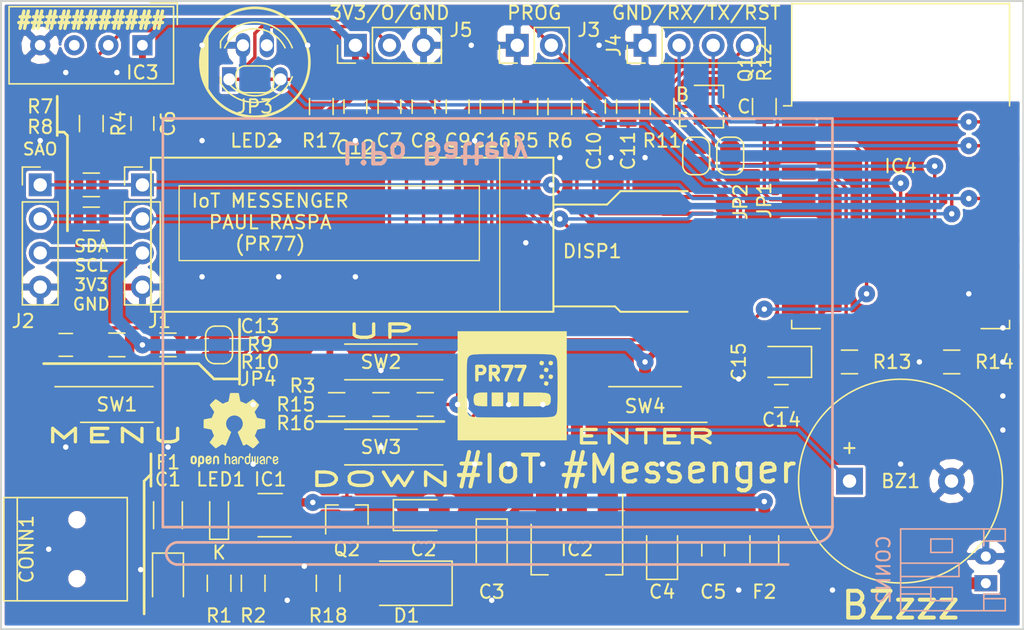
<source format=kicad_pcb>
(kicad_pcb (version 20171130) (host pcbnew "(5.0.1)-rc2")
  (layers (0 F.Cu signal) (31 B.Cu signal hide) (34 B.Paste user) (35 F.Paste user) (36 B.SilkS user) (37 F.SilkS user) (38 B.Mask user) (39 F.Mask user) (44 Edge.Cuts user))
  (net 0 "")
  (net 1 GND)
  (net 2 /GPIO0)
  (net 3 "Net-(CONN1-Pad4)")
  (net 4 "Net-(CONN1-Pad3)")
  (net 5 "Net-(CONN1-Pad2)")
  (net 6 +BATT)
  (net 7 +3V3)
  (net 8 /GPIO16)
  (net 9 /RST)
  (net 10 /GPIO12)
  (net 11 /GPIO13)
  (net 12 /GPIO14)
  (net 13 /GPIO15)
  (net 14 "Net-(IC4-Pad22)")
  (net 15 "Net-(IC4-Pad21)")
  (net 16 /GPIO5)
  (net 17 /GPIO4)
  (net 18 /GPIO2)
  (net 19 "Net-(IC4-Pad14)")
  (net 20 "Net-(IC4-Pad13)")
  (net 21 "Net-(IC4-Pad12)")
  (net 22 "Net-(IC4-Pad11)")
  (net 23 "Net-(IC4-Pad10)")
  (net 24 "Net-(IC4-Pad9)")
  (net 25 "Net-(IC4-Pad3)")
  (net 26 /A0)
  (net 27 +5V)
  (net 28 "Net-(C7-Pad1)")
  (net 29 "Net-(C7-Pad2)")
  (net 30 "Net-(C8-Pad2)")
  (net 31 "Net-(C8-Pad1)")
  (net 32 "Net-(C10-Pad1)")
  (net 33 "Net-(C11-Pad1)")
  (net 34 "Net-(C13-Pad1)")
  (net 35 "Net-(LED1-Pad1)")
  (net 36 "Net-(IC1-Pad1)")
  (net 37 "Net-(IC1-Pad5)")
  (net 38 "Net-(DISP1-Pad9)")
  (net 39 "Net-(DISP1-Pad12)")
  (net 40 "Net-(Q1-Pad1)")
  (net 41 "Net-(J5-Pad2)")
  (net 42 VBUS)
  (net 43 "Net-(CONN2-Pad1)")
  (net 44 "Net-(C16-Pad1)")
  (net 45 "Net-(R16-Pad1)")
  (net 46 /+VOUT)
  (module TO_SOT_Packages_SMD:SOT-23 (layer F.Cu) (at 94.615 119.38 90)
    (fp_text reference Q2 (at -2.54 0 180) (layer F.SilkS))
    (fp_text value IRLML6402)
    (pad 3 smd rect (at 1 0 90) (size 0.9 0.8) (layers F.Cu F.Paste F.Mask) (net 6 +BATT))
    (pad 2 smd rect (at -1 0.95 90) (size 0.9 0.8) (layers F.Cu F.Paste F.Mask) (net 46 /+VOUT))
    (pad 1 smd rect (at -1 -0.95 90) (size 0.9 0.8) (layers F.Cu F.Paste F.Mask) (net 27 +5V))
  )
  (module Pin_Headers:Pin_Header_Straight_1x04_Pitch2.54mm (layer F.Cu) (at 116.84 84.328 90)
    (fp_text reference J4 (at 0 -2.33 90) (layer F.SilkS))
    (fp_text value SERIAL)
    (pad 1 thru_hole rect (at 0 0 90) (size 1.7 1.7) (drill 1) (layers *.Cu *.Mask) (net 1 GND))
    (pad 2 thru_hole oval (at 0 2.54 90) (size 1.7 1.7) (drill 1) (layers *.Cu *.Mask) (net 15 "Net-(IC4-Pad21)"))
    (pad 3 thru_hole oval (at 0 5.08 90) (size 1.7 1.7) (drill 1) (layers *.Cu *.Mask) (net 14 "Net-(IC4-Pad22)"))
    (pad 4 thru_hole oval (at 0 7.62 90) (size 1.7 1.7) (drill 1) (layers *.Cu *.Mask) (net 9 /RST))
  )
  (module Connectors_JST:JST_PH_S2B-PH-K_02x2.00mm_Angled (layer B.Cu) (at 142.24 124.46 90)
    (fp_text reference CONN2 (at 1.016 -7.62 90) (layer B.SilkS) (effects (justify mirror)))
    (fp_text value BATT)
    (pad 1 thru_hole rect (at 0 0 90) (size 1.2 1.7) (drill 0.75) (layers *.Cu *.Mask) (net 43 "Net-(CONN2-Pad1)"))
    (pad 2 thru_hole oval (at 2 0 90) (size 1.2 1.7) (drill 0.75) (layers *.Cu *.Mask) (net 1 GND))
  )
  (module KiCad-SSD1306:SSD1306_OLED-0.91-128x32 (layer F.Cu) (at 80.01 92.71)
    (fp_text reference DISP1 (at 32.893 6.985) (layer F.SilkS))
    (fp_text value SSD1306)
    (pad 14 smd oval (at 40 2.94) (size 4 0.32) (layers F.Cu F.Paste F.Mask) (net 33 "Net-(C11-Pad1)"))
    (pad 13 smd oval (at 40 3.56) (size 4 0.32) (layers F.Cu F.Paste F.Mask) (net 32 "Net-(C10-Pad1)"))
    (pad 12 smd oval (at 40 4.18) (size 4 0.32) (layers F.Cu F.Paste F.Mask) (net 39 "Net-(DISP1-Pad12)"))
    (pad 11 smd oval (at 40 4.8) (size 4 0.32) (layers F.Cu F.Paste F.Mask) (net 17 /GPIO4))
    (pad 10 smd oval (at 40 5.42) (size 4 0.32) (layers F.Cu F.Paste F.Mask) (net 16 /GPIO5))
    (pad 9 smd oval (at 40 6.04) (size 4 0.32) (layers F.Cu F.Paste F.Mask) (net 38 "Net-(DISP1-Pad9)"))
    (pad 8 smd oval (at 40 6.66) (size 4 0.32) (layers F.Cu F.Paste F.Mask) (net 7 +3V3))
    (pad 7 smd oval (at 40 7.28) (size 4 0.32) (layers F.Cu F.Paste F.Mask) (net 1 GND))
    (pad 6 smd oval (at 40 7.9) (size 4 0.32) (layers F.Cu F.Paste F.Mask) (net 44 "Net-(C16-Pad1)"))
    (pad 5 smd oval (at 40 8.52) (size 4 0.32) (layers F.Cu F.Paste F.Mask) (net 7 +3V3))
    (pad 4 smd oval (at 40 9.14) (size 4 0.32) (layers F.Cu F.Paste F.Mask) (net 30 "Net-(C8-Pad2)"))
    (pad 3 smd oval (at 40 9.76) (size 4 0.32) (layers F.Cu F.Paste F.Mask) (net 31 "Net-(C8-Pad1)"))
    (pad 2 smd oval (at 40 10.38) (size 4 0.32) (layers F.Cu F.Paste F.Mask) (net 29 "Net-(C7-Pad2)"))
    (pad 1 smd oval (at 40 11) (size 4 0.32) (layers F.Cu F.Paste F.Mask) (net 28 "Net-(C7-Pad1)"))
  )
  (module LEDs:LED_D5.0mm-4-STEPPED (layer F.Cu) (at 85.852 85.598)
    (fp_text reference LED2 (at 1.905 5.842) (layer F.SilkS))
    (fp_text value PL9823)
    (pad 4 thru_hole oval (at 3.81 1.27) (size 1.07 1.8) (drill 0.9) (layers *.Cu *.Mask) (net 18 /GPIO2))
    (pad 3 thru_hole oval (at 2.794 -1.27) (size 1.07 1.8) (drill 0.9) (layers *.Cu *.Mask) (net 7 +3V3))
    (pad 2 thru_hole oval (at 1.016 -1.27) (size 1.07 1.8) (drill 0.9) (layers *.Cu *.Mask) (net 1 GND))
    (pad 1 thru_hole rect (at 0 1.27) (size 1.07 1.8) (drill 0.9) (layers *.Cu *.Mask) (net 41 "Net-(J5-Pad2)"))
  )
  (module Buttons_Switches_SMD:SW_DIP_x1_W7.62mm_Slide_Copal_CHS-B (layer F.Cu) (at 77.47 111.125)
    (fp_text reference SW1 (at 0 0) (layer F.SilkS))
    (fp_text value MENU (at -0.127 2.33) (layer F.SilkS) (effects (font (size 1 2.54) (thickness 0.25))))
    (pad 1 smd rect (at -3.81 0) (size 1.6 0.76) (layers F.Cu F.Paste F.Mask) (net 12 /GPIO14))
    (pad 2 smd rect (at 3.81 0) (size 1.6 0.76) (layers F.Cu F.Paste F.Mask) (net 1 GND))
  )
  (module Buttons_Switches_SMD:SW_DIP_x1_W7.62mm_Slide_Copal_CHS-B (layer F.Cu) (at 116.84 111.125 180)
    (fp_text reference SW4 (at 0 -0.127 180) (layer F.SilkS))
    (fp_text value ENTER (at 0 -2.413 180) (layer F.SilkS) (effects (font (size 1 2.286) (thickness 0.25))))
    (pad 1 smd rect (at -3.81 0 180) (size 1.6 0.76) (layers F.Cu F.Paste F.Mask) (net 13 /GPIO15))
    (pad 2 smd rect (at 3.81 0 180) (size 1.6 0.76) (layers F.Cu F.Paste F.Mask) (net 7 +3V3))
  )
  (module Buttons_Switches_SMD:SW_DIP_x1_W7.62mm_Slide_Copal_CHS-B (layer F.Cu) (at 97.155 114.3 180)
    (fp_text reference SW3 (at 0 0 180) (layer F.SilkS))
    (fp_text value DOWN (at 0 -2.413 180) (layer F.SilkS) (effects (font (size 1 2.54) (thickness 0.25))))
    (pad 1 smd rect (at -3.81 0 180) (size 1.6 0.76) (layers F.Cu F.Paste F.Mask) (net 45 "Net-(R16-Pad1)"))
    (pad 2 smd rect (at 3.81 0 180) (size 1.6 0.76) (layers F.Cu F.Paste F.Mask) (net 1 GND))
  )
  (module Buttons_Switches_SMD:SW_DIP_x1_W7.62mm_Slide_Copal_CHS-B (layer F.Cu) (at 97.155 107.95 180)
    (fp_text reference SW2 (at 0 0 180) (layer F.SilkS))
    (fp_text value UP (at 0 2.286 180) (layer F.SilkS) (effects (font (size 1 2.54) (thickness 0.25))))
    (pad 1 smd rect (at -3.81 0 180) (size 1.6 0.76) (layers F.Cu F.Paste F.Mask) (net 10 /GPIO12))
    (pad 2 smd rect (at 3.81 0 180) (size 1.6 0.76) (layers F.Cu F.Paste F.Mask) (net 1 GND))
  )
  (module Fuse_Holders_and_Fuses:Fuse_SMD1206_Reflow (layer F.Cu) (at 81.28 119.38 90)
    (fp_text reference F1 (at 3.937 0) (layer F.SilkS))
    (fp_text value 500mA)
    (pad 1 smd rect (at -1.2 0 180) (size 2.03 1.14) (layers F.Cu F.Paste F.Mask) (net 27 +5V))
    (pad 2 smd rect (at 1.2 0 180) (size 2.03 1.14) (layers F.Cu F.Paste F.Mask) (net 42 VBUS))
  )
  (module Fuse_Holders_and_Fuses:Fuse_SMD1206_Reflow (layer F.Cu) (at 125.73 121.92 270)
    (fp_text reference F2 (at 3.175 0) (layer F.SilkS))
    (fp_text value 500mA)
    (pad 1 smd rect (at -1.2 0) (size 2.03 1.14) (layers F.Cu F.Paste F.Mask) (net 6 +BATT))
    (pad 2 smd rect (at 1.2 0) (size 2.03 1.14) (layers F.Cu F.Paste F.Mask) (net 43 "Net-(CONN2-Pad1)"))
  )
  (module TO_SOT_Packages_SMD:SOT-223-3_TabPin2 (layer F.Cu) (at 111.76 121.92 270)
    (fp_text reference IC2 (at 0 0) (layer F.SilkS))
    (fp_text value LM1117-3.3)
    (pad 1 smd rect (at -3.15 -2.3 270) (size 2 1.5) (layers F.Cu F.Paste F.Mask) (net 1 GND))
    (pad 3 smd rect (at -3.15 2.3 270) (size 2 1.5) (layers F.Cu F.Paste F.Mask) (net 46 /+VOUT))
    (pad 2 smd rect (at -3.15 0 270) (size 2 1.5) (layers F.Cu F.Paste F.Mask) (net 7 +3V3))
    (pad 2 smd rect (at 3.15 0 270) (size 2 3.8) (layers F.Cu F.Paste F.Mask) (net 7 +3V3))
  )
  (module Buzzers_Beepers:Buzzer_15x7.5RM7.6 (layer F.Cu) (at 132.08 116.84)
    (fp_text reference BZ1 (at 3.81 0 180) (layer F.SilkS))
    (fp_text value Buzzer)
    (fp_text user + (at -0.01 -2.54) (layer F.SilkS))
    (pad 1 thru_hole rect (at 0 0) (size 2 2) (drill 1) (layers *.Cu *.Mask) (net 11 /GPIO13))
    (pad 2 thru_hole circle (at 7.6 0) (size 2 2) (drill 1) (layers *.Cu *.Mask) (net 1 GND))
  )
  (module Connectors:USB_Mini-B (layer F.Cu) (at 74.295 121.92)
    (fp_text reference CONN1 (at -3.556 0 -90) (layer F.SilkS))
    (fp_text value USB_B_Micro)
    (pad 1 smd rect (at 2.8 -1.6) (size 2.3 0.5) (layers F.Cu F.Paste F.Mask) (net 42 VBUS))
    (pad 2 smd rect (at 2.8 -0.8) (size 2.3 0.5) (layers F.Cu F.Paste F.Mask) (net 5 "Net-(CONN1-Pad2)"))
    (pad 3 smd rect (at 2.8 0) (size 2.3 0.5) (layers F.Cu F.Paste F.Mask) (net 4 "Net-(CONN1-Pad3)"))
    (pad 4 smd rect (at 2.8 0.8) (size 2.3 0.5) (layers F.Cu F.Paste F.Mask) (net 3 "Net-(CONN1-Pad4)"))
    (pad 5 smd rect (at 2.8 1.6) (size 2.3 0.5) (layers F.Cu F.Paste F.Mask) (net 1 GND))
    (pad 6 smd rect (at 2.7 -4.45) (size 2.5 2) (layers F.Cu F.Paste F.Mask) (net 1 GND))
    (pad 6 smd rect (at -2.8 -4.45) (size 2.5 2) (layers F.Cu F.Paste F.Mask) (net 1 GND))
    (pad 6 smd rect (at 2.7 4.45) (size 2.5 2) (layers F.Cu F.Paste F.Mask) (net 1 GND))
    (pad 6 smd rect (at -2.8 4.45) (size 2.5 2) (layers F.Cu F.Paste F.Mask) (net 1 GND))
    (pad "" np_thru_hole circle (at 0.2 -2.2) (size 0.9 0.9) (drill 0.9) (layers *.Cu *.Mask))
    (pad "" np_thru_hole circle (at 0.2 2.2) (size 0.9 0.9) (drill 0.9) (layers *.Cu *.Mask))
  )
  (module KiCad-Sensors:Aosong_DHT11_5.5x12.0_P2.54mm (layer F.Cu) (at 79.375 84.328 270)
    (fp_text reference IC3 (at 2.032 0) (layer F.SilkS))
    (fp_text value DHT11)
    (pad 4 thru_hole circle (at 0 7.62 270) (size 1.5 1.5) (drill 0.8) (layers *.Cu *.Mask) (net 1 GND))
    (pad 3 thru_hole circle (at 0 5.08 270) (size 1.5 1.5) (drill 0.8) (layers *.Cu *.Mask))
    (pad 2 thru_hole circle (at 0 2.54 270) (size 1.5 1.5) (drill 0.8) (layers *.Cu *.Mask) (net 2 /GPIO0))
    (pad 1 thru_hole rect (at 0 0 270) (size 1.5 1.5) (drill 0.8) (layers *.Cu *.Mask) (net 7 +3V3))
  )
  (module RF_Modules:ESP-12E (layer F.Cu) (at 135.89 93.345)
    (fp_text reference IC4 (at 0 0) (layer F.SilkS))
    (fp_text value ESP-12F)
    (pad 1 smd rect (at -7.6 -3.5) (size 2.5 1) (layers F.Cu F.Paste F.Mask) (net 9 /RST))
    (pad 2 smd rect (at -7.6 -1.5) (size 2.5 1) (layers F.Cu F.Paste F.Mask) (net 26 /A0))
    (pad 3 smd rect (at -7.6 0.5) (size 2.5 1) (layers F.Cu F.Paste F.Mask) (net 25 "Net-(IC4-Pad3)"))
    (pad 4 smd rect (at -7.6 2.5) (size 2.5 1) (layers F.Cu F.Paste F.Mask) (net 8 /GPIO16))
    (pad 5 smd rect (at -7.6 4.5) (size 2.5 1) (layers F.Cu F.Paste F.Mask) (net 12 /GPIO14))
    (pad 6 smd rect (at -7.6 6.5) (size 2.5 1) (layers F.Cu F.Paste F.Mask) (net 10 /GPIO12))
    (pad 7 smd rect (at -7.6 8.5) (size 2.5 1) (layers F.Cu F.Paste F.Mask) (net 11 /GPIO13))
    (pad 8 smd rect (at -7.6 10.5) (size 2.5 1) (layers F.Cu F.Paste F.Mask) (net 7 +3V3))
    (pad 9 smd rect (at -5 12) (size 1 1.8) (layers F.Cu F.Paste F.Mask) (net 24 "Net-(IC4-Pad9)"))
    (pad 10 smd rect (at -3 12) (size 1 1.8) (layers F.Cu F.Paste F.Mask) (net 23 "Net-(IC4-Pad10)"))
    (pad 11 smd rect (at -1 12) (size 1 1.8) (layers F.Cu F.Paste F.Mask) (net 22 "Net-(IC4-Pad11)"))
    (pad 12 smd rect (at 1 12) (size 1 1.8) (layers F.Cu F.Paste F.Mask) (net 21 "Net-(IC4-Pad12)"))
    (pad 13 smd rect (at 3 12) (size 1 1.8) (layers F.Cu F.Paste F.Mask) (net 20 "Net-(IC4-Pad13)"))
    (pad 14 smd rect (at 5 12) (size 1 1.8) (layers F.Cu F.Paste F.Mask) (net 19 "Net-(IC4-Pad14)"))
    (pad 15 smd rect (at 7.6 10.5) (size 2.5 1) (layers F.Cu F.Paste F.Mask) (net 1 GND))
    (pad 16 smd rect (at 7.6 8.5) (size 2.5 1) (layers F.Cu F.Paste F.Mask) (net 13 /GPIO15))
    (pad 17 smd rect (at 7.6 6.5) (size 2.5 1) (layers F.Cu F.Paste F.Mask) (net 18 /GPIO2))
    (pad 18 smd rect (at 7.6 4.5) (size 2.5 1) (layers F.Cu F.Paste F.Mask) (net 2 /GPIO0))
    (pad 19 smd rect (at 7.6 2.5) (size 2.5 1) (layers F.Cu F.Paste F.Mask) (net 17 /GPIO4))
    (pad 20 smd rect (at 7.6 0.5) (size 2.5 1) (layers F.Cu F.Paste F.Mask) (net 16 /GPIO5))
    (pad 21 smd rect (at 7.6 -1.5) (size 2.5 1) (layers F.Cu F.Paste F.Mask) (net 15 "Net-(IC4-Pad21)"))
    (pad 22 smd rect (at 7.6 -3.5) (size 2.5 1) (layers F.Cu F.Paste F.Mask) (net 14 "Net-(IC4-Pad22)"))
  )
  (module KiCad-Jumper:SolderJumper-2_P1.3mm_Open_RoundedPad1.0x1.5mm (layer F.Cu) (at 123.19 92.583 90)
    (fp_text reference JP1 (at -3.302 2.54 90) (layer F.SilkS))
    (fp_text value WakeUP)
    (pad 2 smd custom (at 0.65 0 90) (size 1 0.5) (layers F.Cu F.Mask) (net 9 /RST) (options (clearance outline) (anchor rect)) (primitives (gr_circle (center 0 0.25) (end 0.5 0.25) (width 0)) (gr_circle (center 0 -0.25) (end 0.5 -0.25) (width 0)) (gr_poly (pts (xy 0 -0.75) (xy -0.5 -0.75) (xy -0.5 0.75) (xy 0 0.75)) (width 0))))
    (pad 1 smd custom (at -0.65 0 90) (size 1 0.5) (layers F.Cu F.Mask) (net 8 /GPIO16) (options (clearance outline) (anchor rect)) (primitives (gr_circle (center 0 0.25) (end 0.5 0.25) (width 0)) (gr_circle (center 0 -0.25) (end 0.5 -0.25) (width 0)) (gr_poly (pts (xy 0 -0.75) (xy 0.5 -0.75) (xy 0.5 0.75) (xy 0 0.75)) (width 0))))
  )
  (module KiCad-Jumper:SolderJumper-2_P1.3mm_Open_RoundedPad1.0x1.5mm (layer F.Cu) (at 120.65 92.583 90)
    (fp_text reference JP2 (at -3.429 3.302 90) (layer F.SilkS))
    (fp_text value Reset)
    (pad 2 smd custom (at 0.65 0 90) (size 1 0.5) (layers F.Cu F.Mask) (net 9 /RST) (options (clearance outline) (anchor rect)) (primitives (gr_circle (center 0 0.25) (end 0.5 0.25) (width 0)) (gr_circle (center 0 -0.25) (end 0.5 -0.25) (width 0)) (gr_poly (pts (xy 0 -0.75) (xy -0.5 -0.75) (xy -0.5 0.75) (xy 0 0.75)) (width 0))))
    (pad 1 smd custom (at -0.65 0 90) (size 1 0.5) (layers F.Cu F.Mask) (net 1 GND) (clearance 0.254) (options (clearance outline) (anchor rect)) (primitives (gr_circle (center 0 0.25) (end 0.5 0.25) (width 0)) (gr_circle (center 0 -0.25) (end 0.5 -0.25) (width 0)) (gr_poly (pts (xy 0 -0.75) (xy 0.5 -0.75) (xy 0.5 0.75) (xy 0 0.75)) (width 0))))
  )
  (module TO_SOT_Packages_SMD:SOT-23-5_HandSoldering (layer F.Cu) (at 88.9 119.38 180)
    (fp_text reference IC1 (at 0 2.667) (layer F.SilkS))
    (fp_text value MCP73831-2-OT)
    (pad 5 smd rect (at 1.35 -0.95 180) (size 1.56 0.65) (layers F.Cu F.Paste F.Mask) (net 37 "Net-(IC1-Pad5)"))
    (pad 4 smd rect (at 1.35 0.95 180) (size 1.56 0.65) (layers F.Cu F.Paste F.Mask) (net 27 +5V))
    (pad 3 smd rect (at -1.35 0.95 180) (size 1.56 0.65) (layers F.Cu F.Paste F.Mask) (net 6 +BATT))
    (pad 2 smd rect (at -1.35 0 180) (size 1.56 0.65) (layers F.Cu F.Paste F.Mask) (net 1 GND))
    (pad 1 smd rect (at -1.35 -0.95 180) (size 1.56 0.65) (layers F.Cu F.Paste F.Mask) (net 36 "Net-(IC1-Pad1)"))
  )
  (module Pin_Headers:Pin_Header_Straight_1x04_Pitch2.54mm (layer F.Cu) (at 79.375 94.742)
    (fp_text reference J1 (at 1.27 10.16) (layer F.SilkS))
    (fp_text value DISP2)
    (pad 1 thru_hole rect (at 0 0) (size 1.7 1.7) (drill 1) (layers *.Cu *.Mask) (net 17 /GPIO4))
    (pad 2 thru_hole oval (at 0 2.54) (size 1.7 1.7) (drill 1) (layers *.Cu *.Mask) (net 16 /GPIO5))
    (pad 3 thru_hole oval (at 0 5.08) (size 1.7 1.7) (drill 1) (layers *.Cu *.Mask) (net 7 +3V3))
    (pad 4 thru_hole oval (at 0 7.62) (size 1.7 1.7) (drill 1) (layers *.Cu *.Mask) (net 1 GND))
  )
  (module Pin_Headers:Pin_Header_Straight_1x04_Pitch2.54mm (layer F.Cu) (at 71.755 94.742)
    (fp_text reference J2 (at -1.27 10.16) (layer F.SilkS))
    (fp_text value I2C)
    (pad 4 thru_hole oval (at 0 7.62) (size 1.7 1.7) (drill 1) (layers *.Cu *.Mask) (net 1 GND))
    (pad 3 thru_hole oval (at 0 5.08) (size 1.7 1.7) (drill 1) (layers *.Cu *.Mask) (net 7 +3V3))
    (pad 2 thru_hole oval (at 0 2.54) (size 1.7 1.7) (drill 1) (layers *.Cu *.Mask) (net 16 /GPIO5))
    (pad 1 thru_hole rect (at 0 0) (size 1.7 1.7) (drill 1) (layers *.Cu *.Mask) (net 17 /GPIO4))
  )
  (module Pin_Headers:Pin_Header_Straight_1x02_Pitch2.54mm (layer F.Cu) (at 107.315 84.328 90)
    (fp_text reference J3 (at 1.143 5.334 180) (layer F.SilkS))
    (fp_text value PROG)
    (pad 2 thru_hole oval (at 0 2.54 90) (size 1.7 1.7) (drill 1) (layers *.Cu *.Mask) (net 2 /GPIO0))
    (pad 1 thru_hole rect (at 0 0 90) (size 1.7 1.7) (drill 1) (layers *.Cu *.Mask) (net 1 GND))
  )
  (module TO_SOT_Packages_SMD:SOT-23 (layer F.Cu) (at 121.92 88.9)
    (fp_text reference Q1 (at 2.413 -2.794 90) (layer F.SilkS))
    (fp_text value Q_NPN_BEC)
    (pad 3 smd rect (at 1 0) (size 0.9 0.8) (layers F.Cu F.Paste F.Mask) (net 9 /RST))
    (pad 2 smd rect (at -1 0.95) (size 0.9 0.8) (layers F.Cu F.Paste F.Mask) (net 34 "Net-(C13-Pad1)"))
    (pad 1 smd rect (at -1 -0.95) (size 0.9 0.8) (layers F.Cu F.Paste F.Mask) (net 40 "Net-(Q1-Pad1)"))
  )
  (module Pin_Headers:Pin_Header_Straight_1x03_Pitch2.54mm (layer F.Cu) (at 95.25 84.328 90)
    (fp_text reference J5 (at 1.143 7.874 180) (layer F.SilkS))
    (fp_text value LED)
    (pad 3 thru_hole oval (at 0 5.08 90) (size 1.7 1.7) (drill 1) (layers *.Cu *.Mask) (net 1 GND))
    (pad 2 thru_hole oval (at 0 2.54 90) (size 1.7 1.7) (drill 1) (layers *.Cu *.Mask) (net 41 "Net-(J5-Pad2)"))
    (pad 1 thru_hole rect (at 0 0 90) (size 1.7 1.7) (drill 1) (layers *.Cu *.Mask) (net 7 +3V3))
  )
  (module Capacitors_SMD:C_0805 (layer F.Cu) (at 121.92 121.92 90)
    (fp_text reference C5 (at -3.175 0 -180) (layer F.SilkS))
    (fp_text value 100nF)
    (pad 2 smd rect (at 1 0 90) (size 1 1.25) (layers F.Cu F.Paste F.Mask) (net 1 GND))
    (pad 1 smd rect (at -1 0 90) (size 1 1.25) (layers F.Cu F.Paste F.Mask) (net 7 +3V3))
  )
  (module Capacitors_SMD:C_0805 (layer F.Cu) (at 79.375 90.17 270)
    (fp_text reference C6 (at 0 -1.905 270) (layer F.SilkS))
    (fp_text value 100nF)
    (pad 2 smd rect (at 1 0 270) (size 1 1.25) (layers F.Cu F.Paste F.Mask) (net 1 GND))
    (pad 1 smd rect (at -1 0 270) (size 1 1.25) (layers F.Cu F.Paste F.Mask) (net 7 +3V3))
  )
  (module Capacitors_SMD:C_0805 (layer F.Cu) (at 97.79 88.9 90)
    (fp_text reference C7 (at -2.54 0 180) (layer F.SilkS))
    (fp_text value 1uF)
    (pad 2 smd rect (at 1 0 90) (size 1 1.25) (layers F.Cu F.Paste F.Mask) (net 29 "Net-(C7-Pad2)"))
    (pad 1 smd rect (at -1 0 90) (size 1 1.25) (layers F.Cu F.Paste F.Mask) (net 28 "Net-(C7-Pad1)"))
  )
  (module Capacitors_SMD:C_0805 (layer F.Cu) (at 100.33 88.9 90)
    (fp_text reference C8 (at -2.54 0 180) (layer F.SilkS))
    (fp_text value 1uF)
    (pad 1 smd rect (at -1 0 90) (size 1 1.25) (layers F.Cu F.Paste F.Mask) (net 31 "Net-(C8-Pad1)"))
    (pad 2 smd rect (at 1 0 90) (size 1 1.25) (layers F.Cu F.Paste F.Mask) (net 30 "Net-(C8-Pad2)"))
  )
  (module Capacitors_SMD:C_0805 (layer F.Cu) (at 102.87 88.9 90)
    (fp_text reference C9 (at -2.54 0 180) (layer F.SilkS))
    (fp_text value 1uF)
    (pad 1 smd rect (at -1 0 90) (size 1 1.25) (layers F.Cu F.Paste F.Mask) (net 7 +3V3))
    (pad 2 smd rect (at 1 0 90) (size 1 1.25) (layers F.Cu F.Paste F.Mask) (net 1 GND))
  )
  (module Capacitors_SMD:C_0805 (layer F.Cu) (at 113.03 88.9 90)
    (fp_text reference C10 (at -3.302 0 90) (layer F.SilkS))
    (fp_text value 4.7uF)
    (pad 2 smd rect (at 1 0 90) (size 1 1.25) (layers F.Cu F.Paste F.Mask) (net 1 GND))
    (pad 1 smd rect (at -1 0 90) (size 1 1.25) (layers F.Cu F.Paste F.Mask) (net 32 "Net-(C10-Pad1)"))
  )
  (module Capacitors_SMD:C_0805 (layer F.Cu) (at 115.57 88.9 90)
    (fp_text reference C11 (at -3.302 0 90) (layer F.SilkS))
    (fp_text value 4.7uF)
    (pad 1 smd rect (at -1 0 90) (size 1 1.25) (layers F.Cu F.Paste F.Mask) (net 33 "Net-(C11-Pad1)"))
    (pad 2 smd rect (at 1 0 90) (size 1 1.25) (layers F.Cu F.Paste F.Mask) (net 1 GND))
  )
  (module Capacitors_SMD:C_0805 (layer F.Cu) (at 95.25 88.9 270)
    (fp_text reference C12 (at 3.048 0) (layer F.SilkS))
    (fp_text value 100nF)
    (pad 1 smd rect (at -1 0 270) (size 1 1.25) (layers F.Cu F.Paste F.Mask) (net 7 +3V3))
    (pad 2 smd rect (at 1 0 270) (size 1 1.25) (layers F.Cu F.Paste F.Mask) (net 1 GND))
  )
  (module Capacitors_SMD:C_0805 (layer F.Cu) (at 73.66 106.68 180)
    (fp_text reference C13 (at -14.478 1.397 180) (layer F.SilkS))
    (fp_text value 1uF)
    (pad 1 smd rect (at -1 0 180) (size 1 1.25) (layers F.Cu F.Paste F.Mask) (net 34 "Net-(C13-Pad1)"))
    (pad 2 smd rect (at 1 0 180) (size 1 1.25) (layers F.Cu F.Paste F.Mask) (net 12 /GPIO14))
  )
  (module Capacitors_SMD:C_0805 (layer F.Cu) (at 127 110.49 180)
    (fp_text reference C14 (at 0 -1.778 180) (layer F.SilkS))
    (fp_text value 100nF)
    (pad 2 smd rect (at 1 0 180) (size 1 1.25) (layers F.Cu F.Paste F.Mask) (net 1 GND))
    (pad 1 smd rect (at -1 0 180) (size 1 1.25) (layers F.Cu F.Paste F.Mask) (net 7 +3V3))
  )
  (module Resistors_SMD:R_0805 (layer F.Cu) (at 85.09 124.46 270)
    (fp_text reference R1 (at 2.413 0) (layer F.SilkS))
    (fp_text value 470R)
    (pad 2 smd rect (at 0.95 0 270) (size 0.7 1.3) (layers F.Cu F.Paste F.Mask) (net 36 "Net-(IC1-Pad1)"))
    (pad 1 smd rect (at -0.95 0 270) (size 0.7 1.3) (layers F.Cu F.Paste F.Mask) (net 35 "Net-(LED1-Pad1)"))
  )
  (module Resistors_SMD:R_0805 (layer F.Cu) (at 87.63 124.46 270)
    (fp_text reference R2 (at 2.413 0 180) (layer F.SilkS))
    (fp_text value 2K)
    (pad 1 smd rect (at -0.95 0 270) (size 0.7 1.3) (layers F.Cu F.Paste F.Mask) (net 37 "Net-(IC1-Pad5)"))
    (pad 2 smd rect (at 0.95 0 270) (size 0.7 1.3) (layers F.Cu F.Paste F.Mask) (net 1 GND))
  )
  (module Resistors_SMD:R_0805 (layer F.Cu) (at 93.853 111.125)
    (fp_text reference R3 (at -2.54 -1.397) (layer F.SilkS))
    (fp_text value 220K)
    (pad 1 smd rect (at -0.95 0) (size 0.7 1.3) (layers F.Cu F.Paste F.Mask) (net 6 +BATT))
    (pad 2 smd rect (at 0.95 0) (size 0.7 1.3) (layers F.Cu F.Paste F.Mask) (net 26 /A0))
  )
  (module Resistors_SMD:R_0805 (layer F.Cu) (at 75.565 90.17 90)
    (fp_text reference R4 (at 0 2.032 270) (layer F.SilkS))
    (fp_text value 4K7)
    (pad 2 smd rect (at 0.95 0 90) (size 0.7 1.3) (layers F.Cu F.Paste F.Mask) (net 2 /GPIO0))
    (pad 1 smd rect (at -0.95 0 90) (size 0.7 1.3) (layers F.Cu F.Paste F.Mask) (net 7 +3V3))
  )
  (module Resistors_SMD:R_0805 (layer F.Cu) (at 107.95 88.9 90)
    (fp_text reference R5 (at -2.54 0 180) (layer F.SilkS))
    (fp_text value 10K)
    (pad 2 smd rect (at 0.95 0 90) (size 0.7 1.3) (layers F.Cu F.Paste F.Mask) (net 7 +3V3))
    (pad 1 smd rect (at -0.95 0 90) (size 0.7 1.3) (layers F.Cu F.Paste F.Mask) (net 38 "Net-(DISP1-Pad9)"))
  )
  (module Resistors_SMD:R_0805 (layer F.Cu) (at 110.49 88.9 90)
    (fp_text reference R6 (at -2.54 0 180) (layer F.SilkS))
    (fp_text value 560K)
    (pad 1 smd rect (at -0.95 0 90) (size 0.7 1.3) (layers F.Cu F.Paste F.Mask) (net 39 "Net-(DISP1-Pad12)"))
    (pad 2 smd rect (at 0.95 0 90) (size 0.7 1.3) (layers F.Cu F.Paste F.Mask) (net 1 GND))
  )
  (module Resistors_SMD:R_0805 (layer F.Cu) (at 75.565 94.742)
    (fp_text reference R7 (at -3.81 -5.842) (layer F.SilkS))
    (fp_text value 4K7)
    (pad 1 smd rect (at -0.95 0) (size 0.7 1.3) (layers F.Cu F.Paste F.Mask) (net 7 +3V3))
    (pad 2 smd rect (at 0.95 0) (size 0.7 1.3) (layers F.Cu F.Paste F.Mask) (net 17 /GPIO4))
  )
  (module Resistors_SMD:R_0805 (layer F.Cu) (at 75.565 97.282)
    (fp_text reference R8 (at -3.81 -6.858) (layer F.SilkS))
    (fp_text value 4K7)
    (pad 2 smd rect (at 0.95 0) (size 0.7 1.3) (layers F.Cu F.Paste F.Mask) (net 16 /GPIO5))
    (pad 1 smd rect (at -0.95 0) (size 0.7 1.3) (layers F.Cu F.Paste F.Mask) (net 7 +3V3))
  )
  (module Resistors_SMD:R_0805 (layer F.Cu) (at 77.47 106.68 180)
    (fp_text reference R9 (at -10.668 0 180) (layer F.SilkS))
    (fp_text value 100K)
    (pad 1 smd rect (at -0.95 0 180) (size 0.7 1.3) (layers F.Cu F.Paste F.Mask) (net 7 +3V3))
    (pad 2 smd rect (at 0.95 0 180) (size 0.7 1.3) (layers F.Cu F.Paste F.Mask) (net 12 /GPIO14))
  )
  (module Resistors_SMD:R_0805 (layer F.Cu) (at 81.28 106.68)
    (fp_text reference R10 (at 6.858 1.27) (layer F.SilkS))
    (fp_text value 100K)
    (pad 2 smd rect (at 0.95 0) (size 0.7 1.3) (layers F.Cu F.Paste F.Mask) (net 34 "Net-(C13-Pad1)"))
    (pad 1 smd rect (at -0.95 0) (size 0.7 1.3) (layers F.Cu F.Paste F.Mask) (net 7 +3V3))
  )
  (module Resistors_SMD:R_0805 (layer F.Cu) (at 118.11 88.9 90)
    (fp_text reference R11 (at -2.54 0) (layer F.SilkS))
    (fp_text value 100K)
    (pad 1 smd rect (at -0.95 0 90) (size 0.7 1.3) (layers F.Cu F.Paste F.Mask) (net 7 +3V3))
    (pad 2 smd rect (at 0.95 0 90) (size 0.7 1.3) (layers F.Cu F.Paste F.Mask) (net 9 /RST))
  )
  (module Resistors_SMD:R_0805 (layer F.Cu) (at 125.73 88.9 90)
    (fp_text reference R12 (at 3.302 0 90) (layer F.SilkS))
    (fp_text value 330K)
    (pad 2 smd rect (at 0.95 0 90) (size 0.7 1.3) (layers F.Cu F.Paste F.Mask) (net 40 "Net-(Q1-Pad1)"))
    (pad 1 smd rect (at -0.95 0 90) (size 0.7 1.3) (layers F.Cu F.Paste F.Mask) (net 8 /GPIO16))
  )
  (module Resistors_SMD:R_0805 (layer F.Cu) (at 132.08 107.95 180)
    (fp_text reference R13 (at -3.175 0 180) (layer F.SilkS))
    (fp_text value 4K7)
    (pad 2 smd rect (at 0.95 0 180) (size 0.7 1.3) (layers F.Cu F.Paste F.Mask) (net 25 "Net-(IC4-Pad3)"))
    (pad 1 smd rect (at -0.95 0 180) (size 0.7 1.3) (layers F.Cu F.Paste F.Mask) (net 7 +3V3))
  )
  (module Resistors_SMD:R_0805 (layer F.Cu) (at 139.7 107.95 180)
    (fp_text reference R14 (at -3.175 0 180) (layer F.SilkS))
    (fp_text value 10K)
    (pad 1 smd rect (at -0.95 0 180) (size 0.7 1.3) (layers F.Cu F.Paste F.Mask) (net 13 /GPIO15))
    (pad 2 smd rect (at 0.95 0 180) (size 0.7 1.3) (layers F.Cu F.Paste F.Mask) (net 1 GND))
  )
  (module Capacitors_Tantalum_SMD:CP_Tantalum_Case-R_EIA-2012-12_Reflow (layer F.Cu) (at 81.28 124.46 270)
    (fp_text reference C1 (at -7.747 0 180) (layer F.SilkS))
    (fp_text value 4.7uF)
    (pad 2 smd rect (at 1.175 0 270) (size 1.55 1.8) (layers F.Cu F.Paste F.Mask) (net 1 GND))
    (pad 1 smd rect (at -1.175 0 270) (size 1.55 1.8) (layers F.Cu F.Paste F.Mask) (net 27 +5V))
  )
  (module Capacitors_Tantalum_SMD:CP_Tantalum_Case-R_EIA-2012-12_Reflow (layer F.Cu) (at 100.33 119.38)
    (fp_text reference C2 (at 0 2.54 -180) (layer F.SilkS))
    (fp_text value 4.7uF)
    (pad 1 smd rect (at -1.175 0) (size 1.55 1.8) (layers F.Cu F.Paste F.Mask) (net 6 +BATT))
    (pad 2 smd rect (at 1.175 0) (size 1.55 1.8) (layers F.Cu F.Paste F.Mask) (net 1 GND))
  )
  (module Capacitors_Tantalum_SMD:CP_Tantalum_Case-R_EIA-2012-12_Reflow (layer F.Cu) (at 105.41 121.92 270)
    (fp_text reference C3 (at 3.175 0) (layer F.SilkS))
    (fp_text value 10uF)
    (pad 2 smd rect (at 1.175 0 270) (size 1.55 1.8) (layers F.Cu F.Paste F.Mask) (net 1 GND))
    (pad 1 smd rect (at -1.175 0 270) (size 1.55 1.8) (layers F.Cu F.Paste F.Mask) (net 46 /+VOUT))
  )
  (module Capacitors_Tantalum_SMD:CP_Tantalum_Case-R_EIA-2012-12_Reflow (layer F.Cu) (at 118.11 121.92 90)
    (fp_text reference C4 (at -3.175 0 -180) (layer F.SilkS))
    (fp_text value 10uF)
    (pad 1 smd rect (at -1.175 0 90) (size 1.55 1.8) (layers F.Cu F.Paste F.Mask) (net 7 +3V3))
    (pad 2 smd rect (at 1.175 0 90) (size 1.55 1.8) (layers F.Cu F.Paste F.Mask) (net 1 GND))
  )
  (module Capacitors_Tantalum_SMD:CP_Tantalum_Case-R_EIA-2012-12_Reflow (layer F.Cu) (at 127 107.95 180)
    (fp_text reference C15 (at 3.175 0 270) (layer F.SilkS))
    (fp_text value 10uF)
    (pad 2 smd rect (at 1.175 0 180) (size 1.55 1.8) (layers F.Cu F.Paste F.Mask) (net 1 GND))
    (pad 1 smd rect (at -1.175 0 180) (size 1.55 1.8) (layers F.Cu F.Paste F.Mask) (net 7 +3V3))
  )
  (module LEDs:LED_0805 (layer F.Cu) (at 85.09 119.38 90)
    (fp_text reference LED1 (at 2.667 0.127) (layer F.SilkS))
    (fp_text value LED)
    (pad 1 smd rect (at -1.1 0 270) (size 1.2 1.2) (layers F.Cu F.Paste F.Mask) (net 35 "Net-(LED1-Pad1)"))
    (pad 2 smd rect (at 1.1 0 270) (size 1.2 1.2) (layers F.Cu F.Paste F.Mask) (net 27 +5V))
  )
  (module KiCad-Jumper:SolderJumper-2_P1.3mm_Open_RoundedPad1.0x1.5mm (layer F.Cu) (at 87.757 86.868 180)
    (fp_text reference JP3 (at 0 -2.032 180) (layer F.SilkS))
    (fp_text value LED)
    (pad 1 smd custom (at -0.65 0 180) (size 1 0.5) (layers F.Cu F.Mask) (net 18 /GPIO2) (options (clearance outline) (anchor rect)) (primitives (gr_circle (center 0 0.25) (end 0.5 0.25) (width 0)) (gr_circle (center 0 -0.25) (end 0.5 -0.25) (width 0)) (gr_poly (pts (xy 0 -0.75) (xy 0.5 -0.75) (xy 0.5 0.75) (xy 0 0.75)) (width 0))))
    (pad 2 smd custom (at 0.65 0 180) (size 1 0.5) (layers F.Cu F.Mask) (net 41 "Net-(J5-Pad2)") (options (clearance outline) (anchor rect)) (primitives (gr_circle (center 0 0.25) (end 0.5 0.25) (width 0)) (gr_circle (center 0 -0.25) (end 0.5 -0.25) (width 0)) (gr_poly (pts (xy 0 -0.75) (xy -0.5 -0.75) (xy -0.5 0.75) (xy 0 0.75)) (width 0))))
  )
  (module Resistors_SMD:R_0805 (layer F.Cu) (at 97.155 111.125)
    (fp_text reference R15 (at -6.35 0 180) (layer F.SilkS))
    (fp_text value 62K)
    (pad 2 smd rect (at 0.95 0) (size 0.7 1.3) (layers F.Cu F.Paste F.Mask) (net 1 GND))
    (pad 1 smd rect (at -0.95 0) (size 0.7 1.3) (layers F.Cu F.Paste F.Mask) (net 26 /A0))
  )
  (module KiCad-Jumper:SolderJumper-2_P1.3mm_Open_RoundedPad1.0x1.5mm (layer F.Cu) (at 85.09 106.68 90)
    (fp_text reference JP4 (at -2.54 2.921) (layer F.SilkS))
    (fp_text value DBNC)
    (pad 1 smd custom (at -0.65 0 90) (size 1 0.5) (layers F.Cu F.Mask) (net 12 /GPIO14) (options (clearance outline) (anchor rect)) (primitives (gr_circle (center 0 0.25) (end 0.5 0.25) (width 0)) (gr_circle (center 0 -0.25) (end 0.5 -0.25) (width 0)) (gr_poly (pts (xy 0 -0.75) (xy 0.5 -0.75) (xy 0.5 0.75) (xy 0 0.75)) (width 0))))
    (pad 2 smd custom (at 0.65 0 90) (size 1 0.5) (layers F.Cu F.Mask) (net 34 "Net-(C13-Pad1)") (options (clearance outline) (anchor rect)) (primitives (gr_circle (center 0 0.25) (end 0.5 0.25) (width 0)) (gr_circle (center 0 -0.25) (end 0.5 -0.25) (width 0)) (gr_poly (pts (xy 0 -0.75) (xy -0.5 -0.75) (xy -0.5 0.75) (xy 0 0.75)) (width 0))))
  )
  (module Capacitors_SMD:C_0805 (layer F.Cu) (at 105.41 88.9 90)
    (fp_text reference C16 (at -2.54 0 180) (layer F.SilkS))
    (fp_text value 1uF)
    (pad 2 smd rect (at 1 0 90) (size 1 1.25) (layers F.Cu F.Paste F.Mask) (net 1 GND))
    (pad 1 smd rect (at -1 0 90) (size 1 1.25) (layers F.Cu F.Paste F.Mask) (net 44 "Net-(C16-Pad1)"))
  )
  (module Resistors_SMD:R_0805 (layer F.Cu) (at 100.457 111.125)
    (fp_text reference R16 (at -9.652 1.397 180) (layer F.SilkS))
    (fp_text value 10K)
    (pad 2 smd rect (at 0.95 0) (size 0.7 1.3) (layers F.Cu F.Paste F.Mask) (net 11 /GPIO13))
    (pad 1 smd rect (at -0.95 0) (size 0.7 1.3) (layers F.Cu F.Paste F.Mask) (net 45 "Net-(R16-Pad1)"))
  )
  (module Resistors_SMD:R_0805 (layer F.Cu) (at 92.71 88.9 90)
    (fp_text reference R17 (at -2.54 0) (layer F.SilkS))
    (fp_text value 10K)
    (pad 2 smd rect (at 0.95 0 90) (size 0.7 1.3) (layers F.Cu F.Paste F.Mask) (net 18 /GPIO2))
    (pad 1 smd rect (at -0.95 0 90) (size 0.7 1.3) (layers F.Cu F.Paste F.Mask) (net 7 +3V3))
  )
  (module IoT_Messenger:Logo (layer F.Cu) (at 106.934 109.728)
    (fp_text reference G*** hide)
    (fp_text value LOGO hide)
  )
  (module Symbols:OSHW-Logo2_7.3x6mm_SilkScreen (layer F.Cu) (at 86.233 113.03)
    (fp_text reference REF*** hide)
    (fp_text value OSHW-Logo2_7.3x6mm_SilkScreen hide)
  )
  (module Diodes_SMD:D_SMA (layer F.Cu) (at 99.06 124.46 180)
    (fp_text reference D1 (at 0 -2.413 180) (layer F.SilkS))
    (fp_text value SS16)
    (pad 2 smd rect (at 2 0 180) (size 2.5 1.8) (layers F.Cu F.Paste F.Mask) (net 27 +5V))
    (pad 1 smd rect (at -2 0 180) (size 2.5 1.8) (layers F.Cu F.Paste F.Mask) (net 46 /+VOUT))
  )
  (module Resistors_SMD:R_0805 (layer F.Cu) (at 93.218 124.46 270)
    (fp_text reference R18 (at 2.413 0) (layer F.SilkS))
    (fp_text value 100K)
    (pad 2 smd rect (at 0.95 0 270) (size 0.7 1.3) (layers F.Cu F.Paste F.Mask) (net 1 GND))
    (pad 1 smd rect (at -0.95 0 270) (size 0.7 1.3) (layers F.Cu F.Paste F.Mask) (net 27 +5V))
  )
  (gr_line (start 101.854 112.395) (end 92.329 112.395) (layer F.SilkS) (width 0.2))
  (gr_text PR77 (at 106.045 108.839) (layer F.SilkS) (effects (font (size 1.016 1.016) (thickness 0.254))))
  (gr_line (start 73.787 91.059) (end 73.787 98.171) (layer F.SilkS) (width 0.2))
  (gr_line (start 73.533 90.805) (end 73.787 91.059) (layer F.SilkS) (width 0.2))
  (gr_line (start 73.025 90.805) (end 73.533 90.805) (layer F.SilkS) (width 0.2))
  (gr_line (start 73.025 88.138) (end 73.025 91.059) (layer F.SilkS) (width 0.2))
  (gr_text BZzzz (at 135.89 126.111) (layer F.SilkS) (effects (font (size 2 2) (thickness 0.3))))
  (gr_line (start 80.01 116.332) (end 80.01 117.221) (layer F.SilkS) (width 0.2))
  (gr_line (start 79.502 116.84) (end 79.502 126.746) (layer F.SilkS) (width 0.2))
  (gr_line (start 80.01 116.332) (end 79.502 116.84) (layer F.SilkS) (width 0.2))
  (gr_line (start 80.01 114.808) (end 80.01 116.332) (layer F.SilkS) (width 0.2))
  (gr_text SAO (at 71.755 92.075) (layer F.SilkS) (effects (font (size 0.9 0.9))))
  (gr_text "#IoT #Messenger" (at 115.443 115.951) (layer F.SilkS) (effects (font (size 2 2) (thickness 0.3))))
  (gr_text E (at 119.634 89.916) (layer F.SilkS) (effects (font (size 1 1))))
  (gr_text B (at 119.634 88.011) (layer F.SilkS) (effects (font (size 1 1))))
  (gr_text C (at 124.206 88.9) (layer F.SilkS) (effects (font (size 1 1))))
  (gr_line (start 86.614 109.22) (end 86.614 109.601) (layer F.SilkS) (width 0.2))
  (gr_line (start 86.614 109.22) (end 86.614 104.775) (layer F.SilkS) (width 0.2))
  (gr_line (start 84.709 109.22) (end 86.614 109.22) (layer F.SilkS) (width 0.2))
  (gr_line (start 83.566 108.077) (end 84.709 109.22) (layer F.SilkS) (width 0.2))
  (gr_line (start 72.009 108.077) (end 83.566 108.077) (layer F.SilkS) (width 0.2))
  (gr_text K (at 85.09 122.174) (layer F.SilkS) (effects (font (size 1 1))))
  (gr_text "IoT MESSENGER\nPAUL RASPA\n(PR77)\n" (at 88.9 97.536) (layer F.SilkS) (effects (font (size 1 1))))
  (gr_text "SDA\nSCL\n3V3\nGND" (at 75.565 101.473) (layer F.SilkS) (effects (font (size 0.9 0.9))))
  (gr_text 3V3/O/GND (at 97.79 81.915) (layer F.SilkS) (effects (font (size 1 1))))
  (gr_text PROG (at 108.585 81.915) (layer F.SilkS) (effects (font (size 1 1))))
  (gr_text GND/RX/TX/RST (at 120.65 81.915) (layer F.SilkS) (effects (font (size 1 1))))
  (gr_line (start 84.201 87.503) (end 84.201 83.693) (layer F.SilkS) (width 0.2))
  (gr_line (start 84.201 83.82) (end 84.201 87.503) (layer F.SilkS) (width 0.2))
  (gr_line (start 83.82 84.963) (end 83.82 86.106) (layer F.SilkS) (width 0.2))
  (gr_line (start 83.947 84.455) (end 83.947 86.868) (layer F.SilkS) (width 0.2))
  (gr_line (start 84.074 84.074) (end 84.074 87.122) (layer F.SilkS) (width 0.2))
  (gr_text "###########" (at 75.565 82.423) (layer F.SilkS) (effects (font (size 1 1) (thickness 0.25))))
  (gr_line (start 68.834 117.856) (end 68.834 127.889) (layer Edge.Cuts) (width 0.15))
  (gr_line (start 68.834 81.026) (end 68.834 117.856) (layer Edge.Cuts) (width 0.15))
  (gr_line (start 145.034 81.026) (end 68.834 81.026) (layer Edge.Cuts) (width 0.15))
  (gr_line (start 145.034 127.889) (end 145.034 81.026) (layer Edge.Cuts) (width 0.15))
  (gr_line (start 68.834 127.889) (end 145.034 127.889) (layer Edge.Cuts) (width 0.15))
  (gr_circle (center 87.757 85.598) (end 91.821 85.598) (layer F.SilkS) (width 0.2))
  (gr_arc (start 82.042 122.174) (end 81.915 123.063) (angle 81.86989765) (layer B.SilkS) (width 0.2))
  (gr_line (start 81.915 123.063) (end 127.508 123.063) (layer B.SilkS) (width 0.2))
  (gr_arc (start 82.042 122.301) (end 81.153 122.174) (angle 81.86989765) (layer B.SilkS) (width 0.2))
  (gr_line (start 129.54 121.412) (end 82.042 121.412) (layer B.SilkS) (width 0.2))
  (gr_arc (start 129.54 120.142) (end 130.81 120.142) (angle 90) (layer B.SilkS) (width 0.2))
  (gr_line (start 80.899 89.789) (end 130.81 89.789) (layer B.SilkS) (width 0.2))
  (gr_line (start 80.899 120.269) (end 80.899 89.789) (layer B.SilkS) (width 0.2))
  (gr_line (start 130.81 120.269) (end 80.899 120.269) (layer B.SilkS) (width 0.2))
  (gr_line (start 130.81 89.789) (end 130.81 120.269) (layer B.SilkS) (width 0.2))
  (gr_text "LiPo Battery" (at 101.219 92.329 180) (layer B.SilkS) (effects (font (size 1.5 1.5) (thickness 0.3)) (justify mirror)))
  (via (at 107.95 99.06) (size 1.27) (drill 0.4064) (layers F.Cu B.Cu) (net 1))
  (segment (start 115.57 87.9) (end 113.03 87.9) (width 0.254) (layer F.Cu) (net 1))
  (segment (start 110.54 87.9) (end 110.49 87.95) (width 0.254) (layer F.Cu) (net 1))
  (segment (start 113.03 87.9) (end 110.54 87.9) (width 0.254) (layer F.Cu) (net 1))
  (via (at 143.51 105.41) (size 1.27) (drill 0.4064) (layers F.Cu B.Cu) (net 1))
  (segment (start 143.49 103.845) (end 143.49 105.39) (width 0.254) (layer F.Cu) (net 1))
  (segment (start 143.49 105.39) (end 143.51 105.41) (width 0.254) (layer F.Cu) (net 1))
  (via (at 137.287 107.95) (size 1.27) (drill 0.4064) (layers F.Cu B.Cu) (net 1))
  (segment (start 138.75 107.95) (end 137.287 107.95) (width 0.254) (layer F.Cu) (net 1))
  (via (at 95.25 91.44) (size 1.27) (drill 0.4064) (layers F.Cu B.Cu) (net 1))
  (segment (start 95.25 89.9) (end 95.25 91.44) (width 0.254) (layer F.Cu) (net 1))
  (via (at 95.25 101.6) (size 1.27) (drill 0.4064) (layers F.Cu B.Cu) (net 1))
  (via (at 140.97 102.87) (size 1.27) (drill 0.4064) (layers F.Cu B.Cu) (net 1))
  (via (at 83.82 91.44) (size 1.27) (drill 0.4064) (layers F.Cu B.Cu) (net 1))
  (via (at 83.82 101.6) (size 1.27) (drill 0.4064) (layers F.Cu B.Cu) (net 1))
  (via (at 114.3 92.71) (size 1.27) (drill 0.4064) (layers F.Cu B.Cu) (net 1))
  (via (at 116.84 92.71) (size 1.27) (drill 0.4064) (layers F.Cu B.Cu) (net 1))
  (via (at 110.49 92.71) (size 1.27) (drill 0.4064) (layers F.Cu B.Cu) (net 1))
  (segment (start 126 108.125) (end 125.825 107.95) (width 0.254) (layer F.Cu) (net 1))
  (via (at 123.825 109.22) (size 1.27) (drill 0.4064) (layers F.Cu B.Cu) (net 1))
  (via (at 109.22 111.125) (size 1.27) (drill 0.4064) (layers F.Cu B.Cu) (net 1))
  (via (at 87.63 111.125) (size 1.27) (drill 0.4064) (layers F.Cu B.Cu) (net 1))
  (via (at 109.22 115.57) (size 1.27) (drill 0.4064) (layers F.Cu B.Cu) (net 1))
  (via (at 87.63 115.57) (size 1.27) (drill 0.4064) (layers F.Cu B.Cu) (net 1))
  (via (at 73.66 114.3) (size 1.27) (drill 0.4064) (layers F.Cu B.Cu) (net 1))
  (via (at 123.825 115.57) (size 1.27) (drill 0.4064) (layers F.Cu B.Cu) (net 1))
  (via (at 143.51 107.95) (size 1.27) (drill 0.4064) (layers F.Cu B.Cu) (net 1))
  (via (at 143.51 110.49) (size 1.27) (drill 0.4064) (layers F.Cu B.Cu) (net 1))
  (via (at 143.51 113.03) (size 1.27) (drill 0.4064) (layers F.Cu B.Cu) (net 1))
  (via (at 130.81 124.968) (size 1.27) (drill 0.4064) (layers F.Cu B.Cu) (net 1))
  (via (at 135.89 115.57) (size 1.27) (drill 0.4064) (layers F.Cu B.Cu) (net 1))
  (via (at 79.248 123.444) (size 1.27) (drill 0.4064) (layers F.Cu B.Cu) (net 1))
  (segment (start 77.095 123.52) (end 79.172 123.52) (width 0.254) (layer F.Cu) (net 1))
  (segment (start 79.172 123.52) (end 79.248 123.444) (width 0.254) (layer F.Cu) (net 1))
  (via (at 90.17 125.73) (size 1.27) (drill 0.4064) (layers F.Cu B.Cu) (net 1))
  (via (at 72.39 121.92) (size 1.27) (drill 0.4064) (layers F.Cu B.Cu) (net 1))
  (segment (start 108.88 99.99) (end 107.95 99.06) (width 0.254) (layer F.Cu) (net 1))
  (segment (start 120.01 99.99) (end 108.88 99.99) (width 0.254) (layer F.Cu) (net 1))
  (via (at 104.14 91.44) (size 1.27) (drill 0.4064) (layers F.Cu B.Cu) (net 1))
  (via (at 113.411 84.328) (size 1.27) (drill 0.4064) (layers F.Cu B.Cu) (net 1))
  (via (at 103.886 84.328) (size 1.27) (drill 0.4064) (layers F.Cu B.Cu) (net 1))
  (via (at 83.82 84.328) (size 1.27) (drill 0.4064) (layers F.Cu B.Cu) (net 1))
  (via (at 89.535 91.44) (size 1.27) (drill 0.4064) (layers F.Cu B.Cu) (net 1))
  (via (at 89.535 101.6) (size 1.27) (drill 0.4064) (layers F.Cu B.Cu) (net 1))
  (via (at 91.694 84.328) (size 1.27) (drill 0.4064) (layers F.Cu B.Cu) (net 1))
  (via (at 73.66 86.36) (size 1.27) (drill 0.4064) (layers F.Cu B.Cu) (net 1))
  (via (at 77.47 86.36) (size 1.27) (drill 0.4064) (layers F.Cu B.Cu) (net 1))
  (via (at 71.755 91.44) (size 1.27) (drill 0.4064) (layers F.Cu B.Cu) (net 1))
  (via (at 97.155 114.3) (size 1.27) (drill 0.4064) (layers F.Cu B.Cu) (net 1))
  (via (at 97.155 108.585) (size 1.27) (drill 0.4064) (layers F.Cu B.Cu) (net 1))
  (via (at 123.825 124.968) (size 1.27) (drill 0.4064) (layers F.Cu B.Cu) (net 1))
  (via (at 105.41 125.73) (size 1.27) (drill 0.4064) (layers F.Cu B.Cu) (net 1))
  (segment (start 89.85 125.41) (end 90.17 125.73) (width 0.254) (layer F.Cu) (net 1))
  (segment (start 87.63 125.41) (end 89.85 125.41) (width 0.254) (layer F.Cu) (net 1))
  (segment (start 90.49 125.41) (end 90.17 125.73) (width 0.254) (layer F.Cu) (net 1))
  (segment (start 93.218 125.41) (end 90.49 125.41) (width 0.254) (layer F.Cu) (net 1))
  (via (at 91.44 123.19) (size 1.27) (drill 0.4064) (layers F.Cu B.Cu) (net 1))
  (via (at 118.11 115.57) (size 1.27) (drill 0.4064) (layers F.Cu B.Cu) (net 1))
  (via (at 106.68 115.57) (size 1.27) (drill 0.4064) (layers F.Cu B.Cu) (net 1))
  (via (at 104.14 115.57) (size 1.27) (drill 0.4064) (layers F.Cu B.Cu) (net 1))
  (via (at 106.68 111.125) (size 1.27) (drill 0.4064) (layers F.Cu B.Cu) (net 1))
  (via (at 81.28 114.3) (size 1.27) (drill 0.4064) (layers F.Cu B.Cu) (net 1))
  (via (at 138.43 93.345) (size 1.27) (drill 0.4064) (layers F.Cu B.Cu) (net 2))
  (segment (start 121.92 93.345) (end 138.43 93.345) (width 0.254) (layer B.Cu) (net 2))
  (segment (start 117.348 88.773) (end 121.92 93.345) (width 0.254) (layer B.Cu) (net 2))
  (segment (start 109.855 84.328) (end 114.3 88.773) (width 0.254) (layer B.Cu) (net 2))
  (segment (start 114.3 88.773) (end 117.348 88.773) (width 0.254) (layer B.Cu) (net 2))
  (segment (start 141.55 97.845) (end 143.49 97.845) (width 0.254) (layer F.Cu) (net 2))
  (segment (start 140.97 98.425) (end 141.55 97.845) (width 0.254) (layer F.Cu) (net 2))
  (segment (start 140.97 98.425) (end 139.065 98.425) (width 0.254) (layer F.Cu) (net 2))
  (segment (start 138.43 97.79) (end 138.43 93.345) (width 0.254) (layer F.Cu) (net 2))
  (segment (start 139.065 98.425) (end 138.43 97.79) (width 0.254) (layer F.Cu) (net 2))
  (segment (start 78.74 82.423) (end 76.835 84.328) (width 0.254) (layer F.Cu) (net 2))
  (segment (start 109.855 84.328) (end 107.95 82.423) (width 0.254) (layer F.Cu) (net 2))
  (segment (start 107.95 82.423) (end 78.74 82.423) (width 0.254) (layer F.Cu) (net 2))
  (segment (start 75.565 85.598) (end 76.835 84.328) (width 0.254) (layer F.Cu) (net 2))
  (segment (start 75.565 89.22) (end 75.565 85.598) (width 0.254) (layer F.Cu) (net 2))
  (segment (start 95.25 113.472) (end 92.903 111.125) (width 0.254) (layer F.Cu) (net 6))
  (segment (start 95.25 115.57) (end 95.25 113.472) (width 0.254) (layer F.Cu) (net 6))
  (segment (start 94.565 118.43) (end 94.615 118.38) (width 0.508) (layer F.Cu) (net 6))
  (segment (start 94.615 116.205) (end 95.25 115.57) (width 0.254) (layer F.Cu) (net 6))
  (segment (start 94.615 118.38) (end 94.615 116.205) (width 0.254) (layer F.Cu) (net 6))
  (segment (start 98.155 118.38) (end 99.155 119.38) (width 0.508) (layer F.Cu) (net 6))
  (segment (start 94.615 118.38) (end 97.155 118.38) (width 0.508) (layer F.Cu) (net 6))
  (via (at 92.075 118.43) (size 1.27) (drill 0.4064) (layers F.Cu B.Cu) (net 6))
  (segment (start 92.075 118.43) (end 94.565 118.43) (width 0.635) (layer F.Cu) (net 6))
  (segment (start 90.25 118.43) (end 92.075 118.43) (width 0.635) (layer F.Cu) (net 6))
  (via (at 125.73 118.364) (size 1.27) (drill 0.4064) (layers F.Cu B.Cu) (net 6))
  (segment (start 125.664 118.43) (end 125.73 118.364) (width 0.508) (layer B.Cu) (net 6))
  (segment (start 125.73 118.364) (end 125.73 120.72) (width 0.889) (layer F.Cu) (net 6))
  (segment (start 97.155 118.38) (end 98.155 118.38) (width 0.508) (layer F.Cu) (net 6))
  (segment (start 92.075 118.43) (end 125.664 118.43) (width 0.889) (layer B.Cu) (net 6))
  (segment (start 107.9 87.9) (end 107.95 87.95) (width 0.254) (layer F.Cu) (net 7))
  (segment (start 78.42 106.68) (end 80.33 106.68) (width 0.508) (layer F.Cu) (net 7))
  (segment (start 120.01 101.23) (end 116.851 101.23) (width 0.254) (layer F.Cu) (net 7))
  (segment (start 117.16 88.9) (end 118.11 89.85) (width 0.508) (layer F.Cu) (net 7))
  (segment (start 108.9 88.9) (end 117.16 88.9) (width 0.508) (layer F.Cu) (net 7))
  (segment (start 128.175 110.315) (end 128 110.49) (width 0.508) (layer F.Cu) (net 7))
  (segment (start 128.175 107.95) (end 128.175 110.315) (width 0.508) (layer F.Cu) (net 7))
  (segment (start 128 110.49) (end 132.08 110.49) (width 0.508) (layer F.Cu) (net 7))
  (segment (start 133.03 109.54) (end 133.03 107.95) (width 0.508) (layer F.Cu) (net 7))
  (segment (start 132.08 110.49) (end 133.03 109.54) (width 0.508) (layer F.Cu) (net 7))
  (segment (start 95.25 84.328) (end 95.25 87.9) (width 0.508) (layer F.Cu) (net 7))
  (segment (start 128.175 103.96) (end 128.29 103.845) (width 0.508) (layer F.Cu) (net 7))
  (via (at 79.375 106.68) (size 1.27) (drill 0.4064) (layers F.Cu B.Cu) (net 7))
  (segment (start 125.095 105.537) (end 128.175 105.537) (width 0.508) (layer F.Cu) (net 7))
  (segment (start 128.175 105.537) (end 128.175 103.96) (width 0.508) (layer F.Cu) (net 7))
  (segment (start 128.175 107.95) (end 128.175 105.537) (width 0.508) (layer F.Cu) (net 7))
  (segment (start 116.84 107.95) (end 117.856 106.934) (width 0.508) (layer F.Cu) (net 7))
  (segment (start 117.856 106.934) (end 123.698 106.934) (width 0.508) (layer F.Cu) (net 7))
  (segment (start 123.698 106.934) (end 125.095 105.537) (width 0.508) (layer F.Cu) (net 7))
  (segment (start 79.375 84.328) (end 81.153 82.55) (width 0.508) (layer B.Cu) (net 7))
  (segment (start 93.472 82.55) (end 95.25 84.328) (width 0.508) (layer B.Cu) (net 7))
  (segment (start 88.646 84.328) (end 88.646 82.55) (width 0.508) (layer B.Cu) (net 7))
  (segment (start 81.153 82.55) (end 88.646 82.55) (width 0.508) (layer B.Cu) (net 7))
  (segment (start 88.646 82.55) (end 93.472 82.55) (width 0.508) (layer B.Cu) (net 7))
  (segment (start 102.87 100.33) (end 102.87 89.9) (width 0.508) (layer F.Cu) (net 7))
  (segment (start 116.851 101.23) (end 103.77 101.23) (width 0.508) (layer F.Cu) (net 7))
  (segment (start 103.77 101.23) (end 102.87 100.33) (width 0.508) (layer F.Cu) (net 7))
  (segment (start 103.87 88.9) (end 102.87 89.9) (width 0.508) (layer F.Cu) (net 7))
  (segment (start 107.95 87.95) (end 107.95 88.9) (width 0.508) (layer F.Cu) (net 7))
  (segment (start 108.9 88.9) (end 107.95 88.9) (width 0.508) (layer F.Cu) (net 7))
  (segment (start 107.95 88.9) (end 103.87 88.9) (width 0.508) (layer F.Cu) (net 7))
  (segment (start 120.01 101.23) (end 122.29 101.23) (width 0.254) (layer F.Cu) (net 7))
  (segment (start 122.29 101.23) (end 122.682 100.838) (width 0.254) (layer F.Cu) (net 7))
  (segment (start 122.682 100.838) (end 122.682 99.822) (width 0.254) (layer F.Cu) (net 7))
  (segment (start 122.23 99.37) (end 120.01 99.37) (width 0.254) (layer F.Cu) (net 7))
  (segment (start 122.682 99.822) (end 122.23 99.37) (width 0.254) (layer F.Cu) (net 7))
  (segment (start 95.25 84.328) (end 97.282 86.36) (width 0.508) (layer F.Cu) (net 7))
  (via (at 116.84 107.95) (size 1.27) (drill 0.4064) (layers F.Cu B.Cu) (net 7))
  (segment (start 79.375 106.68) (end 115.57 106.68) (width 0.889) (layer B.Cu) (net 7))
  (segment (start 115.57 106.68) (end 116.84 107.95) (width 0.889) (layer B.Cu) (net 7))
  (segment (start 97.282 86.36) (end 106.36 86.36) (width 0.508) (layer F.Cu) (net 7))
  (segment (start 106.36 86.36) (end 107.95 87.95) (width 0.508) (layer F.Cu) (net 7))
  (segment (start 93.996 89.154) (end 95.25 87.9) (width 0.508) (layer F.Cu) (net 7))
  (segment (start 92.71 89.85) (end 93.406 89.154) (width 0.508) (layer F.Cu) (net 7))
  (segment (start 93.406 89.154) (end 93.996 89.154) (width 0.508) (layer F.Cu) (net 7))
  (segment (start 74.615 94.742) (end 74.615 97.282) (width 0.508) (layer F.Cu) (net 7))
  (segment (start 74.615 92.07) (end 75.565 91.12) (width 0.508) (layer F.Cu) (net 7))
  (segment (start 74.615 94.742) (end 74.615 92.07) (width 0.508) (layer F.Cu) (net 7))
  (segment (start 75.565 91.12) (end 76.515 90.17) (width 0.508) (layer F.Cu) (net 7))
  (segment (start 78.375 90.17) (end 79.375 89.17) (width 0.508) (layer F.Cu) (net 7))
  (segment (start 76.515 90.17) (end 78.375 90.17) (width 0.508) (layer F.Cu) (net 7))
  (segment (start 79.375 89.17) (end 79.375 84.328) (width 0.508) (layer F.Cu) (net 7))
  (segment (start 74.615 99.756) (end 74.549 99.822) (width 0.508) (layer F.Cu) (net 7))
  (segment (start 71.755 99.822) (end 79.375 99.822) (width 0.889) (layer B.Cu) (net 7))
  (segment (start 71.755 99.822) (end 79.375 99.822) (width 0.889) (layer F.Cu) (net 7))
  (segment (start 74.615 99.06) (end 74.615 99.756) (width 0.508) (layer F.Cu) (net 7))
  (segment (start 74.615 97.282) (end 74.615 99.06) (width 0.508) (layer F.Cu) (net 7))
  (segment (start 118.285 122.92) (end 118.11 123.095) (width 0.508) (layer F.Cu) (net 7))
  (segment (start 111.76 112.395) (end 113.03 111.125) (width 0.889) (layer F.Cu) (net 7))
  (segment (start 111.76 118.77) (end 111.76 112.395) (width 0.889) (layer F.Cu) (net 7))
  (segment (start 113.03 111.125) (end 115.697 111.125) (width 0.889) (layer F.Cu) (net 7))
  (segment (start 116.84 109.982) (end 116.84 107.95) (width 0.889) (layer F.Cu) (net 7))
  (segment (start 115.697 111.125) (end 116.84 109.982) (width 0.889) (layer F.Cu) (net 7))
  (segment (start 79.375 106.68) (end 77.47 104.775) (width 0.889) (layer B.Cu) (net 7))
  (segment (start 77.47 101.727) (end 79.375 99.822) (width 0.889) (layer B.Cu) (net 7))
  (segment (start 77.47 104.775) (end 77.47 101.727) (width 0.889) (layer B.Cu) (net 7))
  (segment (start 126.198 95.845) (end 128.29 95.845) (width 0.254) (layer F.Cu) (net 8))
  (segment (start 125.73 95.377) (end 126.198 95.845) (width 0.254) (layer F.Cu) (net 8))
  (segment (start 125.715 93.233) (end 125.73 93.218) (width 0.254) (layer F.Cu) (net 8))
  (segment (start 123.19 93.233) (end 125.715 93.233) (width 0.254) (layer F.Cu) (net 8))
  (segment (start 125.73 89.85) (end 125.73 93.218) (width 0.254) (layer F.Cu) (net 8))
  (segment (start 125.73 93.218) (end 125.73 95.377) (width 0.254) (layer F.Cu) (net 8))
  (segment (start 118.41 87.95) (end 118.11 87.95) (width 0.25) (layer F.Cu) (net 9))
  (segment (start 118.11 87.95) (end 119.06 88.9) (width 0.254) (layer F.Cu) (net 9))
  (segment (start 127.345 88.9) (end 128.29 89.845) (width 0.254) (layer F.Cu) (net 9))
  (segment (start 122.92 88.9) (end 127.345 88.9) (width 0.254) (layer F.Cu) (net 9))
  (segment (start 122.92 88.9) (end 122.92 90.408) (width 0.254) (layer F.Cu) (net 9))
  (segment (start 123.19 90.678) (end 123.19 91.933) (width 0.254) (layer F.Cu) (net 9))
  (segment (start 122.92 90.408) (end 123.19 90.678) (width 0.254) (layer F.Cu) (net 9))
  (segment (start 120.65 91.933) (end 120.65 91.44) (width 0.254) (layer F.Cu) (net 9))
  (segment (start 119.38 90.17) (end 119.38 88.9) (width 0.254) (layer F.Cu) (net 9))
  (segment (start 120.65 91.44) (end 119.38 90.17) (width 0.254) (layer F.Cu) (net 9))
  (segment (start 119.06 88.9) (end 119.38 88.9) (width 0.254) (layer F.Cu) (net 9))
  (segment (start 119.38 88.9) (end 122.92 88.9) (width 0.254) (layer F.Cu) (net 9))
  (segment (start 118.11 87.95) (end 119.7 86.36) (width 0.254) (layer F.Cu) (net 9))
  (segment (start 122.428 86.36) (end 124.46 84.328) (width 0.254) (layer F.Cu) (net 9))
  (segment (start 119.7 86.36) (end 122.428 86.36) (width 0.254) (layer F.Cu) (net 9))
  (segment (start 125.73 100.457) (end 126.342 99.845) (width 0.254) (layer F.Cu) (net 10))
  (segment (start 125.73 101.092) (end 125.73 100.457) (width 0.254) (layer F.Cu) (net 10))
  (segment (start 102.489 107.95) (end 105.156 105.283) (width 0.254) (layer F.Cu) (net 10))
  (segment (start 105.156 105.283) (end 122.936 105.283) (width 0.254) (layer F.Cu) (net 10))
  (segment (start 126.342 99.845) (end 128.29 99.845) (width 0.254) (layer F.Cu) (net 10))
  (segment (start 122.936 105.283) (end 124.206 104.013) (width 0.254) (layer F.Cu) (net 10))
  (segment (start 100.965 107.95) (end 102.489 107.95) (width 0.254) (layer F.Cu) (net 10))
  (segment (start 124.206 104.013) (end 124.206 102.616) (width 0.254) (layer F.Cu) (net 10))
  (segment (start 124.206 102.616) (end 125.73 101.092) (width 0.254) (layer F.Cu) (net 10))
  (segment (start 125.739 101.845) (end 124.714 102.87) (width 0.254) (layer F.Cu) (net 11))
  (segment (start 128.29 101.845) (end 125.739 101.845) (width 0.254) (layer F.Cu) (net 11))
  (segment (start 124.714 102.87) (end 124.714 104.267) (width 0.254) (layer F.Cu) (net 11))
  (segment (start 124.714 104.267) (end 123.19 105.791) (width 0.254) (layer F.Cu) (net 11))
  (segment (start 123.19 105.791) (end 105.41 105.791) (width 0.254) (layer F.Cu) (net 11))
  (segment (start 105.41 105.791) (end 102.87 108.331) (width 0.254) (layer F.Cu) (net 11))
  (segment (start 102.87 109.535) (end 102.87 108.331) (width 0.254) (layer F.Cu) (net 11))
  (via (at 102.87 111.125) (size 1.27) (drill 0.4064) (layers F.Cu B.Cu) (net 11))
  (segment (start 104.775 113.03) (end 102.87 111.125) (width 0.254) (layer B.Cu) (net 11))
  (segment (start 128.27 113.03) (end 104.775 113.03) (width 0.254) (layer B.Cu) (net 11))
  (segment (start 132.08 116.84) (end 128.27 113.03) (width 0.254) (layer B.Cu) (net 11))
  (segment (start 102.87 109.535) (end 102.87 111.125) (width 0.254) (layer F.Cu) (net 11))
  (segment (start 102.87 111.125) (end 101.407 111.125) (width 0.254) (layer F.Cu) (net 11))
  (segment (start 76.52 106.68) (end 76.52 106.619) (width 0.254) (layer F.Cu) (net 12))
  (segment (start 72.66 106.805) (end 73.805 107.95) (width 0.254) (layer F.Cu) (net 12))
  (segment (start 72.66 106.68) (end 72.66 106.805) (width 0.254) (layer F.Cu) (net 12))
  (segment (start 76.52 106.98) (end 76.52 106.68) (width 0.254) (layer F.Cu) (net 12))
  (segment (start 75.55 107.95) (end 76.52 106.98) (width 0.254) (layer F.Cu) (net 12))
  (segment (start 73.805 107.95) (end 75.55 107.95) (width 0.254) (layer F.Cu) (net 12))
  (segment (start 76.52 106.68) (end 77.79 107.95) (width 0.254) (layer F.Cu) (net 12))
  (segment (start 72.66 110.125) (end 73.66 111.125) (width 0.254) (layer F.Cu) (net 12))
  (segment (start 72.66 106.68) (end 72.66 110.125) (width 0.254) (layer F.Cu) (net 12))
  (segment (start 86.98 107.33) (end 85.09 107.33) (width 0.254) (layer F.Cu) (net 12))
  (segment (start 89.535 104.775) (end 86.98 107.33) (width 0.254) (layer F.Cu) (net 12))
  (segment (start 122.682 104.775) (end 89.535 104.775) (width 0.254) (layer F.Cu) (net 12))
  (segment (start 123.698 103.759) (end 122.682 104.775) (width 0.254) (layer F.Cu) (net 12))
  (segment (start 77.79 107.95) (end 83.312 107.95) (width 0.254) (layer F.Cu) (net 12))
  (segment (start 83.932 107.33) (end 85.09 107.33) (width 0.254) (layer F.Cu) (net 12))
  (segment (start 83.312 107.95) (end 83.932 107.33) (width 0.254) (layer F.Cu) (net 12))
  (segment (start 123.698 103.759) (end 123.698 102.362) (width 0.254) (layer F.Cu) (net 12))
  (segment (start 123.698 102.362) (end 125.222 100.838) (width 0.254) (layer F.Cu) (net 12))
  (segment (start 125.222 100.838) (end 125.222 98.933) (width 0.254) (layer F.Cu) (net 12))
  (segment (start 126.31 97.845) (end 128.29 97.845) (width 0.254) (layer F.Cu) (net 12))
  (segment (start 125.222 98.933) (end 126.31 97.845) (width 0.254) (layer F.Cu) (net 12))
  (segment (start 140.65 107.95) (end 139.954 107.254) (width 0.254) (layer F.Cu) (net 13))
  (segment (start 139.954 107.254) (end 139.954 102.362) (width 0.254) (layer F.Cu) (net 13))
  (segment (start 140.471 101.845) (end 143.49 101.845) (width 0.254) (layer F.Cu) (net 13))
  (segment (start 139.954 102.362) (end 140.471 101.845) (width 0.254) (layer F.Cu) (net 13))
  (segment (start 122.936 111.125) (end 120.65 111.125) (width 0.254) (layer F.Cu) (net 13))
  (segment (start 140.65 109.54) (end 139.7 110.49) (width 0.254) (layer F.Cu) (net 13))
  (segment (start 139.7 110.49) (end 134.112 110.49) (width 0.254) (layer F.Cu) (net 13))
  (segment (start 140.65 107.95) (end 140.65 109.54) (width 0.254) (layer F.Cu) (net 13))
  (segment (start 134.112 110.49) (end 132.842 111.76) (width 0.254) (layer F.Cu) (net 13))
  (segment (start 132.842 111.76) (end 123.571 111.76) (width 0.254) (layer F.Cu) (net 13))
  (segment (start 123.571 111.76) (end 122.936 111.125) (width 0.254) (layer F.Cu) (net 13))
  (segment (start 121.92 84.328) (end 121.92 88.773) (width 0.254) (layer B.Cu) (net 14))
  (segment (start 121.92 88.773) (end 123.19 90.043) (width 0.254) (layer B.Cu) (net 14))
  (via (at 140.97 90.043) (size 1.27) (drill 0.4064) (layers F.Cu B.Cu) (net 14))
  (segment (start 123.19 90.043) (end 140.97 90.043) (width 0.254) (layer B.Cu) (net 14))
  (segment (start 140.97 90.043) (end 141.859 90.043) (width 0.254) (layer F.Cu) (net 14))
  (segment (start 142.057 89.845) (end 143.49 89.845) (width 0.254) (layer F.Cu) (net 14))
  (segment (start 141.859 90.043) (end 142.057 89.845) (width 0.254) (layer F.Cu) (net 14))
  (via (at 140.97 91.821) (size 1.27) (drill 0.4064) (layers F.Cu B.Cu) (net 15))
  (segment (start 143.466 91.821) (end 143.49 91.845) (width 0.254) (layer F.Cu) (net 15))
  (segment (start 140.97 91.821) (end 143.466 91.821) (width 0.254) (layer F.Cu) (net 15))
  (segment (start 140.97 91.821) (end 122.428 91.821) (width 0.254) (layer B.Cu) (net 15))
  (segment (start 119.38 88.773) (end 119.38 84.328) (width 0.254) (layer B.Cu) (net 15))
  (segment (start 122.428 91.821) (end 119.38 88.773) (width 0.254) (layer B.Cu) (net 15))
  (segment (start 76.835 97.282) (end 75.565 97.282) (width 0.254) (layer B.Cu) (net 16))
  (segment (start 71.755 97.282) (end 75.565 97.282) (width 0.254) (layer B.Cu) (net 16))
  (segment (start 143.49 93.845) (end 140.47 93.845) (width 0.254) (layer F.Cu) (net 16))
  (via (at 139.7 96.901) (size 1.27) (drill 0.4064) (layers F.Cu B.Cu) (net 16))
  (segment (start 140.47 93.845) (end 139.7 94.615) (width 0.254) (layer F.Cu) (net 16))
  (segment (start 139.7 94.615) (end 139.7 96.901) (width 0.254) (layer F.Cu) (net 16))
  (via (at 110.49 97.282) (size 1.27) (drill 0.4064) (layers F.Cu B.Cu) (net 16))
  (segment (start 111.338 98.13) (end 110.49 97.282) (width 0.254) (layer F.Cu) (net 16))
  (segment (start 120.01 98.13) (end 111.338 98.13) (width 0.254) (layer F.Cu) (net 16))
  (segment (start 119.888 97.282) (end 110.49 97.282) (width 0.254) (layer B.Cu) (net 16))
  (segment (start 110.49 97.282) (end 76.835 97.282) (width 0.254) (layer B.Cu) (net 16))
  (segment (start 120.015 97.282) (end 120.396 96.901) (width 0.254) (layer B.Cu) (net 16))
  (segment (start 119.888 97.282) (end 120.015 97.282) (width 0.254) (layer B.Cu) (net 16))
  (segment (start 139.7 96.901) (end 120.396 96.901) (width 0.254) (layer B.Cu) (net 16))
  (segment (start 76.515 97.282) (end 79.375 97.282) (width 0.254) (layer F.Cu) (net 16))
  (segment (start 76.835 94.742) (end 75.565 94.742) (width 0.254) (layer B.Cu) (net 17))
  (segment (start 71.755 94.742) (end 75.565 94.742) (width 0.254) (layer B.Cu) (net 17))
  (via (at 140.97 95.758) (size 1.27) (drill 0.4064) (layers F.Cu B.Cu) (net 17))
  (segment (start 143.403 95.758) (end 143.49 95.845) (width 0.254) (layer F.Cu) (net 17))
  (segment (start 140.97 95.758) (end 143.403 95.758) (width 0.254) (layer F.Cu) (net 17))
  (segment (start 76.835 94.742) (end 110.49 94.742) (width 0.254) (layer B.Cu) (net 17))
  (segment (start 119.38 94.742) (end 120.396 95.758) (width 0.254) (layer B.Cu) (net 17))
  (segment (start 110.49 94.742) (end 119.38 94.742) (width 0.254) (layer B.Cu) (net 17))
  (segment (start 120.396 95.758) (end 140.97 95.758) (width 0.254) (layer B.Cu) (net 17))
  (segment (start 120.01 97.51) (end 112.623 97.51) (width 0.254) (layer F.Cu) (net 17))
  (via (at 109.855 94.742) (size 1.27) (drill 0.4064) (layers F.Cu B.Cu) (net 17))
  (segment (start 112.623 97.51) (end 109.855 94.742) (width 0.254) (layer F.Cu) (net 17))
  (segment (start 76.515 94.742) (end 79.375 94.742) (width 0.254) (layer F.Cu) (net 17))
  (segment (start 143.49 99.845) (end 136.548 99.845) (width 0.254) (layer F.Cu) (net 18))
  (segment (start 136.548 99.845) (end 135.89 99.187) (width 0.254) (layer F.Cu) (net 18))
  (via (at 135.89 94.615) (size 1.27) (drill 0.4064) (layers F.Cu B.Cu) (net 18))
  (segment (start 135.89 99.187) (end 135.89 94.615) (width 0.254) (layer F.Cu) (net 18))
  (segment (start 88.407 86.868) (end 89.662 86.868) (width 0.254) (layer F.Cu) (net 18))
  (segment (start 91.567 88.773) (end 89.662 86.868) (width 0.254) (layer B.Cu) (net 18))
  (segment (start 112.141 88.773) (end 91.567 88.773) (width 0.254) (layer B.Cu) (net 18))
  (segment (start 113.538 90.17) (end 112.141 88.773) (width 0.254) (layer B.Cu) (net 18))
  (segment (start 116.84 90.17) (end 113.538 90.17) (width 0.254) (layer B.Cu) (net 18))
  (segment (start 135.89 94.615) (end 121.285 94.615) (width 0.254) (layer B.Cu) (net 18))
  (segment (start 121.285 94.615) (end 116.84 90.17) (width 0.254) (layer B.Cu) (net 18))
  (segment (start 89.662 86.868) (end 89.728 86.868) (width 0.254) (layer F.Cu) (net 18))
  (segment (start 89.662 86.868) (end 92.456 86.868) (width 0.254) (layer F.Cu) (net 18))
  (segment (start 92.456 86.868) (end 92.71 87.122) (width 0.254) (layer F.Cu) (net 18))
  (segment (start 92.71 87.122) (end 92.71 87.95) (width 0.254) (layer F.Cu) (net 18))
  (segment (start 131.13 107.95) (end 131.826 107.254) (width 0.254) (layer F.Cu) (net 25))
  (segment (start 131.826 107.254) (end 131.826 94.996) (width 0.254) (layer F.Cu) (net 25))
  (segment (start 130.675 93.845) (end 128.29 93.845) (width 0.254) (layer F.Cu) (net 25))
  (segment (start 131.826 94.996) (end 130.675 93.845) (width 0.254) (layer F.Cu) (net 25))
  (via (at 125.73 104.013) (size 1.27) (drill 0.4064) (layers F.Cu B.Cu) (net 26))
  (segment (start 125.73 104.013) (end 130.937 104.013) (width 0.254) (layer B.Cu) (net 26))
  (segment (start 132.485 91.845) (end 128.29 91.845) (width 0.254) (layer F.Cu) (net 26))
  (segment (start 133.35 92.71) (end 132.485 91.845) (width 0.254) (layer F.Cu) (net 26))
  (via (at 133.35 102.87) (size 1.27) (drill 0.4064) (layers F.Cu B.Cu) (net 26))
  (segment (start 130.937 104.013) (end 132.207 104.013) (width 0.254) (layer B.Cu) (net 26))
  (segment (start 132.207 104.013) (end 133.35 102.87) (width 0.254) (layer B.Cu) (net 26))
  (segment (start 133.35 102.87) (end 133.35 92.71) (width 0.254) (layer F.Cu) (net 26))
  (segment (start 96.205 111.125) (end 94.803 111.125) (width 0.254) (layer F.Cu) (net 26))
  (segment (start 123.444 106.299) (end 105.664 106.299) (width 0.254) (layer F.Cu) (net 26))
  (segment (start 125.73 104.013) (end 123.444 106.299) (width 0.254) (layer F.Cu) (net 26))
  (segment (start 104.14 107.823) (end 104.14 111.887) (width 0.254) (layer F.Cu) (net 26))
  (segment (start 105.664 106.299) (end 104.14 107.823) (width 0.254) (layer F.Cu) (net 26))
  (segment (start 104.14 111.887) (end 103.632 112.395) (width 0.254) (layer F.Cu) (net 26))
  (segment (start 100.965 112.395) (end 100.457 111.887) (width 0.254) (layer F.Cu) (net 26))
  (segment (start 103.632 112.395) (end 100.965 112.395) (width 0.254) (layer F.Cu) (net 26))
  (segment (start 96.205 111.125) (end 97.475 109.855) (width 0.254) (layer F.Cu) (net 26))
  (segment (start 97.475 109.855) (end 99.949 109.855) (width 0.254) (layer F.Cu) (net 26))
  (segment (start 100.457 110.363) (end 100.457 111.887) (width 0.254) (layer F.Cu) (net 26))
  (segment (start 99.949 109.855) (end 100.457 110.363) (width 0.254) (layer F.Cu) (net 26))
  (segment (start 85.24 118.43) (end 85.09 118.28) (width 0.508) (layer F.Cu) (net 27))
  (segment (start 81.28 120.58) (end 81.731 120.58) (width 0.508) (layer F.Cu) (net 27))
  (segment (start 97.79 100.457) (end 97.79 89.9) (width 0.254) (layer F.Cu) (net 28))
  (segment (start 120.01 103.71) (end 101.043 103.71) (width 0.254) (layer F.Cu) (net 28))
  (segment (start 101.043 103.71) (end 97.79 100.457) (width 0.254) (layer F.Cu) (net 28))
  (segment (start 99.06 89.17) (end 97.79 87.9) (width 0.254) (layer F.Cu) (net 29))
  (segment (start 99.06 100.33) (end 99.06 89.17) (width 0.254) (layer F.Cu) (net 29))
  (segment (start 120.01 103.09) (end 101.82 103.09) (width 0.254) (layer F.Cu) (net 29))
  (segment (start 101.82 103.09) (end 99.06 100.33) (width 0.254) (layer F.Cu) (net 29))
  (segment (start 101.6 89.17) (end 100.33 87.9) (width 0.254) (layer F.Cu) (net 30))
  (segment (start 101.6 100.33) (end 101.6 89.17) (width 0.254) (layer F.Cu) (net 30))
  (segment (start 120.01 101.85) (end 103.12 101.85) (width 0.254) (layer F.Cu) (net 30))
  (segment (start 103.12 101.85) (end 101.6 100.33) (width 0.254) (layer F.Cu) (net 30))
  (segment (start 100.33 100.33) (end 100.33 89.9) (width 0.254) (layer F.Cu) (net 31))
  (segment (start 120.01 102.47) (end 102.47 102.47) (width 0.254) (layer F.Cu) (net 31))
  (segment (start 102.47 102.47) (end 100.33 100.33) (width 0.254) (layer F.Cu) (net 31))
  (segment (start 113.03 95.25) (end 113.03 89.9) (width 0.254) (layer F.Cu) (net 32))
  (segment (start 120.01 96.27) (end 114.05 96.27) (width 0.254) (layer F.Cu) (net 32))
  (segment (start 114.05 96.27) (end 113.03 95.25) (width 0.254) (layer F.Cu) (net 32))
  (segment (start 115.57 95.25) (end 115.57 89.9) (width 0.254) (layer F.Cu) (net 33))
  (segment (start 120.01 95.65) (end 115.97 95.65) (width 0.254) (layer F.Cu) (net 33))
  (segment (start 115.97 95.65) (end 115.57 95.25) (width 0.254) (layer F.Cu) (net 33))
  (segment (start 74.66 106.68) (end 74.676 106.68) (width 0.254) (layer F.Cu) (net 34))
  (segment (start 74.66 106.555) (end 75.805 105.41) (width 0.254) (layer F.Cu) (net 34))
  (segment (start 74.66 106.68) (end 74.66 106.555) (width 0.254) (layer F.Cu) (net 34))
  (segment (start 82.23 106.38) (end 82.23 106.68) (width 0.254) (layer F.Cu) (net 34))
  (segment (start 81.26 105.41) (end 82.23 106.38) (width 0.254) (layer F.Cu) (net 34))
  (segment (start 75.805 105.41) (end 81.26 105.41) (width 0.254) (layer F.Cu) (net 34))
  (segment (start 85.09 106.03) (end 83.962 106.03) (width 0.254) (layer F.Cu) (net 34))
  (segment (start 83.312 106.68) (end 82.23 106.68) (width 0.254) (layer F.Cu) (net 34))
  (segment (start 83.962 106.03) (end 83.312 106.68) (width 0.254) (layer F.Cu) (net 34))
  (segment (start 121.92 90.85) (end 120.92 89.85) (width 0.254) (layer F.Cu) (net 34))
  (segment (start 123.952 96.012) (end 121.92 93.98) (width 0.254) (layer F.Cu) (net 34))
  (segment (start 123.952 101.346) (end 123.952 96.012) (width 0.254) (layer F.Cu) (net 34))
  (segment (start 121.92 93.98) (end 121.92 90.85) (width 0.254) (layer F.Cu) (net 34))
  (segment (start 87.518 106.03) (end 89.281 104.267) (width 0.254) (layer F.Cu) (net 34))
  (segment (start 85.09 106.03) (end 87.518 106.03) (width 0.254) (layer F.Cu) (net 34))
  (segment (start 89.281 104.267) (end 122.428 104.267) (width 0.254) (layer F.Cu) (net 34))
  (segment (start 122.428 104.267) (end 123.19 103.505) (width 0.254) (layer F.Cu) (net 34))
  (segment (start 123.19 103.505) (end 123.19 102.108) (width 0.254) (layer F.Cu) (net 34))
  (segment (start 123.19 102.108) (end 123.952 101.346) (width 0.254) (layer F.Cu) (net 34))
  (segment (start 85.09 123.51) (end 85.09 120.48) (width 0.254) (layer F.Cu) (net 35))
  (segment (start 85.09 125.41) (end 86.04 124.46) (width 0.254) (layer F.Cu) (net 36))
  (segment (start 86.04 124.46) (end 88.9 124.46) (width 0.254) (layer F.Cu) (net 36))
  (segment (start 90.25 123.11) (end 90.25 120.33) (width 0.254) (layer F.Cu) (net 36))
  (segment (start 88.9 124.46) (end 90.25 123.11) (width 0.254) (layer F.Cu) (net 36))
  (segment (start 87.63 120.41) (end 87.55 120.33) (width 0.254) (layer F.Cu) (net 37))
  (segment (start 87.63 123.51) (end 87.63 120.41) (width 0.254) (layer F.Cu) (net 37))
  (segment (start 120.01 98.75) (end 110.18 98.75) (width 0.254) (layer F.Cu) (net 38))
  (segment (start 107.95 96.52) (end 107.95 89.85) (width 0.254) (layer F.Cu) (net 38))
  (segment (start 110.18 98.75) (end 107.95 96.52) (width 0.254) (layer F.Cu) (net 38))
  (segment (start 120.01 96.89) (end 113.4 96.89) (width 0.254) (layer F.Cu) (net 39))
  (segment (start 113.4 96.89) (end 111.76 95.25) (width 0.254) (layer F.Cu) (net 39))
  (segment (start 111.76 91.12) (end 110.49 89.85) (width 0.254) (layer F.Cu) (net 39))
  (segment (start 111.76 95.25) (end 111.76 91.12) (width 0.254) (layer F.Cu) (net 39))
  (segment (start 120.92 87.95) (end 125.73 87.95) (width 0.254) (layer F.Cu) (net 40))
  (segment (start 96.393 82.931) (end 97.79 84.328) (width 0.254) (layer F.Cu) (net 41))
  (segment (start 85.852 87.63) (end 85.725 87.503) (width 0.254) (layer F.Cu) (net 41))
  (segment (start 85.852 86.868) (end 87.107 86.868) (width 0.254) (layer F.Cu) (net 41))
  (segment (start 87.107 86.868) (end 87.107 85.867) (width 0.254) (layer F.Cu) (net 41))
  (segment (start 87.107 85.867) (end 87.757 85.217) (width 0.254) (layer F.Cu) (net 41))
  (segment (start 87.757 85.217) (end 87.757 83.439) (width 0.254) (layer F.Cu) (net 41))
  (segment (start 88.265 82.931) (end 96.393 82.931) (width 0.254) (layer F.Cu) (net 41))
  (segment (start 87.757 83.439) (end 88.265 82.931) (width 0.254) (layer F.Cu) (net 41))
  (segment (start 79.686 118.18) (end 81.28 118.18) (width 0.508) (layer F.Cu) (net 42))
  (segment (start 79.248 118.618) (end 79.686 118.18) (width 0.508) (layer F.Cu) (net 42))
  (segment (start 79.248 119.888) (end 79.248 118.618) (width 0.508) (layer F.Cu) (net 42))
  (segment (start 77.095 120.32) (end 78.816 120.32) (width 0.508) (layer F.Cu) (net 42))
  (segment (start 78.816 120.32) (end 79.248 119.888) (width 0.508) (layer F.Cu) (net 42))
  (segment (start 125.73 123.12) (end 138.36 123.12) (width 0.889) (layer F.Cu) (net 43))
  (segment (start 139.7 124.46) (end 142.24 124.46) (width 0.889) (layer F.Cu) (net 43))
  (segment (start 138.36 123.12) (end 139.7 124.46) (width 0.889) (layer F.Cu) (net 43))
  (segment (start 120.01 100.61) (end 105.69 100.61) (width 0.254) (layer F.Cu) (net 44))
  (segment (start 105.41 100.33) (end 105.41 89.9) (width 0.254) (layer F.Cu) (net 44))
  (segment (start 105.69 100.61) (end 105.41 100.33) (width 0.254) (layer F.Cu) (net 44))
  (segment (start 99.507 112.842) (end 99.507 111.125) (width 0.254) (layer F.Cu) (net 45))
  (segment (start 100.965 114.3) (end 99.507 112.842) (width 0.254) (layer F.Cu) (net 45))
  (segment (start 107.385 118.77) (end 105.41 120.745) (width 0.508) (layer F.Cu) (net 46))
  (segment (start 109.46 118.77) (end 107.385 118.77) (width 0.508) (layer F.Cu) (net 46))
  (segment (start 101.28 124.24) (end 101.06 124.46) (width 0.508) (layer F.Cu) (net 46))
  (segment (start 95.565 120.38) (end 97.105 121.92) (width 0.508) (layer F.Cu) (net 46))
  (segment (start 97.105 121.92) (end 98.52 121.92) (width 0.508) (layer F.Cu) (net 46))
  (segment (start 104.235 121.92) (end 105.41 120.745) (width 0.508) (layer F.Cu) (net 46))
  (segment (start 101.06 121.952) (end 101.092 121.92) (width 0.508) (layer F.Cu) (net 46))
  (segment (start 101.06 124.46) (end 101.06 121.952) (width 0.508) (layer F.Cu) (net 46))
  (segment (start 98.52 121.92) (end 101.092 121.92) (width 0.508) (layer F.Cu) (net 46))
  (segment (start 101.092 121.92) (end 104.235 121.92) (width 0.508) (layer F.Cu) (net 46))
  (zone (net 0) (net_name "") (layers F&B.Cu) (connect_pads (clearance 0.508)) (min_thickness 0.254)
    (keepout (tracks not_allowed) (vias not_allowed) (copperpour not_allowed))
    (fill (arc_segments 16) (thermal_gap 0.508) (thermal_bridge_width 0.508))
    (polygon (pts (xy 127.762 81.28) (xy 127.762 88.519) (xy 144.907 88.519) (xy 144.907 81.28)))
  )
  (zone (net 1) (net_name GND) (layer B.Cu) (connect_pads (clearance 0.2032)) (min_thickness 0.2032) (fill yes (arc_segments 16) (thermal_gap 0.635) (thermal_bridge_width 0.508))
    (polygon (pts (xy 68.961 81.153) (xy 68.961 117.729) (xy 68.961 127.762) (xy 144.907 127.762) (xy 144.907 81.153)))
  )
  (zone (net 27) (net_name +5V) (layer F.Cu) (priority 1) (connect_pads (clearance 0.2032)) (min_thickness 0.2032) (fill yes (arc_segments 16) (thermal_gap 0.635) (thermal_bridge_width 0.762))
    (polygon (pts (xy 80.264 117.602) (xy 80.264 124.079) (xy 82.296 124.079) (xy 82.296 127) (xy 88.519 127) (xy 96.266 127) (xy 99.06 127) (xy 99.06 122.301) (xy 96.901 122.301) (xy 94.488 119.888) (xy 93.853 119.888) (xy 92.583 119.888) (xy 92.583 122.936) (xy 92.583 124.46) (xy 93.218 124.46) (xy 93.218 126.111) (xy 87.63 126.111) (xy 87.63 120.904) (xy 88.392 120.904) (xy 88.392 117.602)))
  )
  (zone (net 1) (net_name GND) (layer F.Cu) (connect_pads (clearance 0.2032)) (min_thickness 0.2032) (fill yes (arc_segments 16) (thermal_gap 0.635) (thermal_bridge_width 0.508))
    (polygon (pts (xy 68.961 127.762) (xy 68.961 81.153) (xy 144.907 81.153) (xy 144.907 127.762)))
  )
  (zone (net 7) (net_name +3V3) (layer F.Cu) (priority 1) (connect_pads (clearance 0.2032)) (min_thickness 0.2032) (fill yes (arc_segments 16) (thermal_gap 0.635) (thermal_bridge_width 0.508))
    (polygon (pts (xy 110.871 117.729) (xy 110.871 120.015) (xy 108.204 120.015) (xy 108.204 126.365) (xy 115.316 126.365) (xy 115.316 124.333) (xy 122.809 124.333) (xy 122.809 121.92) (xy 115.316 121.92) (xy 115.316 120.015) (xy 112.649 120.015) (xy 112.649 117.729)))
  )
)
</source>
